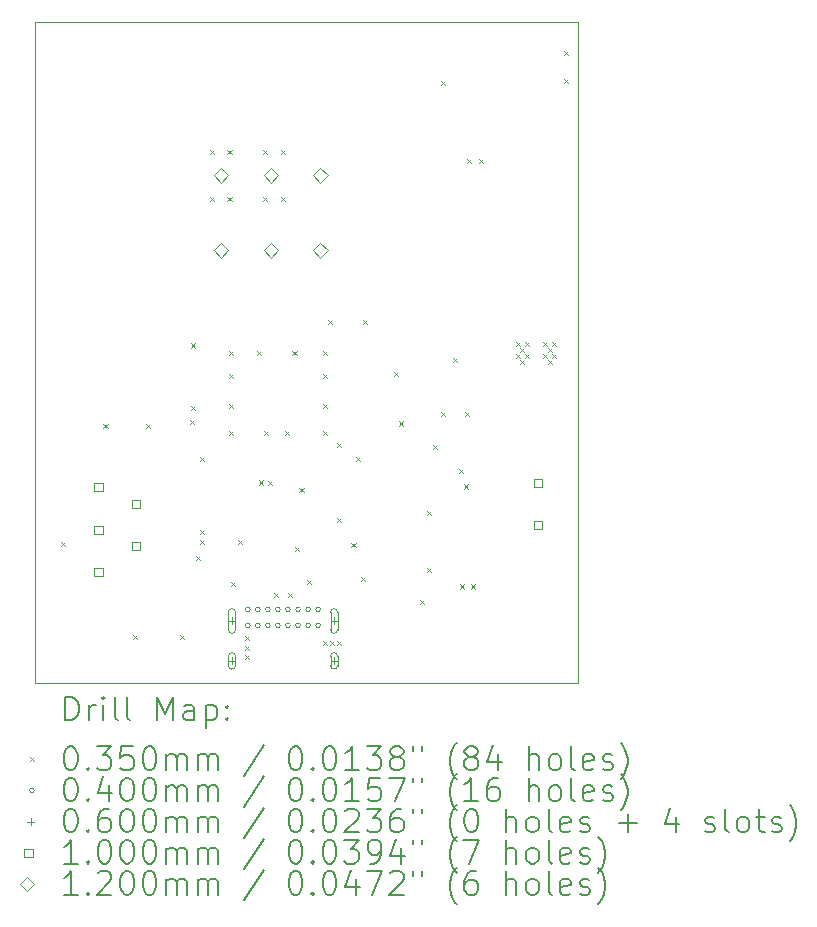
<source format=gbr>
%TF.GenerationSoftware,KiCad,Pcbnew,9.0.3*%
%TF.CreationDate,2025-08-22T23:16:25-04:00*%
%TF.ProjectId,LINBoard-HW,4c494e42-6f61-4726-942d-48572e6b6963,rev?*%
%TF.SameCoordinates,Original*%
%TF.FileFunction,Drillmap*%
%TF.FilePolarity,Positive*%
%FSLAX45Y45*%
G04 Gerber Fmt 4.5, Leading zero omitted, Abs format (unit mm)*
G04 Created by KiCad (PCBNEW 9.0.3) date 2025-08-22 23:16:25*
%MOMM*%
%LPD*%
G01*
G04 APERTURE LIST*
%ADD10C,0.050000*%
%ADD11C,0.200000*%
%ADD12C,0.100000*%
%ADD13C,0.120000*%
G04 APERTURE END LIST*
D10*
X-2000000Y700000D02*
X2600000Y700000D01*
X2600000Y-4900000D01*
X-2000000Y-4900000D01*
X-2000000Y700000D01*
D11*
D12*
X-1777500Y-3702500D02*
X-1742500Y-3737500D01*
X-1742500Y-3702500D02*
X-1777500Y-3737500D01*
X-1417500Y-2702500D02*
X-1382500Y-2737500D01*
X-1382500Y-2702500D02*
X-1417500Y-2737500D01*
X-1167500Y-4492500D02*
X-1132500Y-4527500D01*
X-1132500Y-4492500D02*
X-1167500Y-4527500D01*
X-1057500Y-2702500D02*
X-1022500Y-2737500D01*
X-1022500Y-2702500D02*
X-1057500Y-2737500D01*
X-767500Y-4492500D02*
X-732500Y-4527500D01*
X-732500Y-4492500D02*
X-767500Y-4527500D01*
X-687500Y-2672500D02*
X-652500Y-2707500D01*
X-652500Y-2672500D02*
X-687500Y-2707500D01*
X-677500Y-2022500D02*
X-642500Y-2057500D01*
X-642500Y-2022500D02*
X-677500Y-2057500D01*
X-677500Y-2552500D02*
X-642500Y-2587500D01*
X-642500Y-2552500D02*
X-677500Y-2587500D01*
X-637500Y-3822500D02*
X-602500Y-3857500D01*
X-602500Y-3822500D02*
X-637500Y-3857500D01*
X-597500Y-2982500D02*
X-562500Y-3017500D01*
X-562500Y-2982500D02*
X-597500Y-3017500D01*
X-597500Y-3602500D02*
X-562500Y-3637500D01*
X-562500Y-3602500D02*
X-597500Y-3637500D01*
X-597500Y-3682500D02*
X-562500Y-3717500D01*
X-562500Y-3682500D02*
X-597500Y-3717500D01*
X-517500Y-382500D02*
X-482500Y-417500D01*
X-482500Y-382500D02*
X-517500Y-417500D01*
X-517500Y-782500D02*
X-482500Y-817500D01*
X-482500Y-782500D02*
X-517500Y-817500D01*
X-367500Y-382500D02*
X-332500Y-417500D01*
X-332500Y-382500D02*
X-367500Y-417500D01*
X-367500Y-782500D02*
X-332500Y-817500D01*
X-332500Y-782500D02*
X-367500Y-817500D01*
X-357500Y-2082500D02*
X-322500Y-2117500D01*
X-322500Y-2082500D02*
X-357500Y-2117500D01*
X-357500Y-2282500D02*
X-322500Y-2317500D01*
X-322500Y-2282500D02*
X-357500Y-2317500D01*
X-357500Y-2532500D02*
X-322500Y-2567500D01*
X-322500Y-2532500D02*
X-357500Y-2567500D01*
X-357500Y-2762500D02*
X-322500Y-2797500D01*
X-322500Y-2762500D02*
X-357500Y-2797500D01*
X-337500Y-4042500D02*
X-302500Y-4077500D01*
X-302500Y-4042500D02*
X-337500Y-4077500D01*
X-277500Y-3682500D02*
X-242500Y-3717500D01*
X-242500Y-3682500D02*
X-277500Y-3717500D01*
X-217500Y-4502500D02*
X-182500Y-4537500D01*
X-182500Y-4502500D02*
X-217500Y-4537500D01*
X-217500Y-4582500D02*
X-182500Y-4617500D01*
X-182500Y-4582500D02*
X-217500Y-4617500D01*
X-217500Y-4662500D02*
X-182500Y-4697500D01*
X-182500Y-4662500D02*
X-217500Y-4697500D01*
X-117500Y-2082500D02*
X-82500Y-2117500D01*
X-82500Y-2082500D02*
X-117500Y-2117500D01*
X-97500Y-3182500D02*
X-62500Y-3217500D01*
X-62500Y-3182500D02*
X-97500Y-3217500D01*
X-67500Y-382500D02*
X-32500Y-417500D01*
X-32500Y-382500D02*
X-67500Y-417500D01*
X-67500Y-782500D02*
X-32500Y-817500D01*
X-32500Y-782500D02*
X-67500Y-817500D01*
X-57500Y-2762500D02*
X-22500Y-2797500D01*
X-22500Y-2762500D02*
X-57500Y-2797500D01*
X-22506Y-3183451D02*
X12494Y-3218451D01*
X12494Y-3183451D02*
X-22506Y-3218451D01*
X22500Y-4133125D02*
X57500Y-4168125D01*
X57500Y-4133125D02*
X22500Y-4168125D01*
X82500Y-382500D02*
X117500Y-417500D01*
X117500Y-382500D02*
X82500Y-417500D01*
X82500Y-782500D02*
X117500Y-817500D01*
X117500Y-782500D02*
X82500Y-817500D01*
X122500Y-2762500D02*
X157500Y-2797500D01*
X157500Y-2762500D02*
X122500Y-2797500D01*
X142500Y-4133125D02*
X177500Y-4168125D01*
X177500Y-4133125D02*
X142500Y-4168125D01*
X182500Y-2082500D02*
X217500Y-2117500D01*
X217500Y-2082500D02*
X182500Y-2117500D01*
X202500Y-3742500D02*
X237500Y-3777500D01*
X237500Y-3742500D02*
X202500Y-3777500D01*
X242500Y-3242500D02*
X277500Y-3277500D01*
X277500Y-3242500D02*
X242500Y-3277500D01*
X302500Y-4022500D02*
X337500Y-4057500D01*
X337500Y-4022500D02*
X302500Y-4057500D01*
X437500Y-4542500D02*
X472500Y-4577500D01*
X472500Y-4542500D02*
X437500Y-4577500D01*
X442500Y-2082500D02*
X477500Y-2117500D01*
X477500Y-2082500D02*
X442500Y-2117500D01*
X442500Y-2282500D02*
X477500Y-2317500D01*
X477500Y-2282500D02*
X442500Y-2317500D01*
X442500Y-2532500D02*
X477500Y-2567500D01*
X477500Y-2532500D02*
X442500Y-2567500D01*
X442500Y-2762500D02*
X477500Y-2797500D01*
X477500Y-2762500D02*
X442500Y-2797500D01*
X482500Y-1822500D02*
X517500Y-1857500D01*
X517500Y-1822500D02*
X482500Y-1857500D01*
X497500Y-4542500D02*
X532500Y-4577500D01*
X532500Y-4542500D02*
X497500Y-4577500D01*
X557500Y-4542500D02*
X592500Y-4577500D01*
X592500Y-4542500D02*
X557500Y-4577500D01*
X562500Y-2865000D02*
X597500Y-2900000D01*
X597500Y-2865000D02*
X562500Y-2900000D01*
X562500Y-3502500D02*
X597500Y-3537500D01*
X597500Y-3502500D02*
X562500Y-3537500D01*
X682500Y-3710974D02*
X717500Y-3745974D01*
X717500Y-3710974D02*
X682500Y-3745974D01*
X722500Y-2982500D02*
X757500Y-3017500D01*
X757500Y-2982500D02*
X722500Y-3017500D01*
X762500Y-4002500D02*
X797500Y-4037500D01*
X797500Y-4002500D02*
X762500Y-4037500D01*
X782500Y-1822500D02*
X817500Y-1857500D01*
X817500Y-1822500D02*
X782500Y-1857500D01*
X1042500Y-2262500D02*
X1077500Y-2297500D01*
X1077500Y-2262500D02*
X1042500Y-2297500D01*
X1082500Y-2682500D02*
X1117500Y-2717500D01*
X1117500Y-2682500D02*
X1082500Y-2717500D01*
X1260000Y-4192396D02*
X1295000Y-4227396D01*
X1295000Y-4192396D02*
X1260000Y-4227396D01*
X1322500Y-3442500D02*
X1357500Y-3477500D01*
X1357500Y-3442500D02*
X1322500Y-3477500D01*
X1322500Y-3922500D02*
X1357500Y-3957500D01*
X1357500Y-3922500D02*
X1322500Y-3957500D01*
X1372500Y-2882500D02*
X1407500Y-2917500D01*
X1407500Y-2882500D02*
X1372500Y-2917500D01*
X1442500Y197500D02*
X1477500Y162500D01*
X1477500Y197500D02*
X1442500Y162500D01*
X1442500Y-2602500D02*
X1477500Y-2637500D01*
X1477500Y-2602500D02*
X1442500Y-2637500D01*
X1542500Y-2142500D02*
X1577500Y-2177500D01*
X1577500Y-2142500D02*
X1542500Y-2177500D01*
X1592500Y-3082500D02*
X1627500Y-3117500D01*
X1627500Y-3082500D02*
X1592500Y-3117500D01*
X1602500Y-4062500D02*
X1637500Y-4097500D01*
X1637500Y-4062500D02*
X1602500Y-4097500D01*
X1632500Y-3216500D02*
X1667500Y-3251500D01*
X1667500Y-3216500D02*
X1632500Y-3251500D01*
X1642500Y-2602500D02*
X1677500Y-2637500D01*
X1677500Y-2602500D02*
X1642500Y-2637500D01*
X1662500Y-462500D02*
X1697500Y-497500D01*
X1697500Y-462500D02*
X1662500Y-497500D01*
X1695000Y-4062500D02*
X1730000Y-4097500D01*
X1730000Y-4062500D02*
X1695000Y-4097500D01*
X1762500Y-462500D02*
X1797500Y-497500D01*
X1797500Y-462500D02*
X1762500Y-497500D01*
X2072500Y-2012500D02*
X2107500Y-2047500D01*
X2107500Y-2012500D02*
X2072500Y-2047500D01*
X2072500Y-2112500D02*
X2107500Y-2147500D01*
X2107500Y-2112500D02*
X2072500Y-2147500D01*
X2112500Y-2062500D02*
X2147500Y-2097500D01*
X2147500Y-2062500D02*
X2112500Y-2097500D01*
X2112500Y-2162500D02*
X2147500Y-2197500D01*
X2147500Y-2162500D02*
X2112500Y-2197500D01*
X2152500Y-2012500D02*
X2187500Y-2047500D01*
X2187500Y-2012500D02*
X2152500Y-2047500D01*
X2152500Y-2112500D02*
X2187500Y-2147500D01*
X2187500Y-2112500D02*
X2152500Y-2147500D01*
X2302500Y-2012500D02*
X2337500Y-2047500D01*
X2337500Y-2012500D02*
X2302500Y-2047500D01*
X2302500Y-2112500D02*
X2337500Y-2147500D01*
X2337500Y-2112500D02*
X2302500Y-2147500D01*
X2342500Y-2062500D02*
X2377500Y-2097500D01*
X2377500Y-2062500D02*
X2342500Y-2097500D01*
X2342500Y-2162500D02*
X2377500Y-2197500D01*
X2377500Y-2162500D02*
X2342500Y-2197500D01*
X2382500Y-2012500D02*
X2417500Y-2047500D01*
X2417500Y-2012500D02*
X2382500Y-2047500D01*
X2382500Y-2112500D02*
X2417500Y-2147500D01*
X2417500Y-2112500D02*
X2382500Y-2147500D01*
X2482500Y457500D02*
X2517500Y422500D01*
X2517500Y457500D02*
X2482500Y422500D01*
X2482500Y217500D02*
X2517500Y182500D01*
X2517500Y217500D02*
X2482500Y182500D01*
X-175000Y-4274000D02*
G75*
G02*
X-215000Y-4274000I-20000J0D01*
G01*
X-215000Y-4274000D02*
G75*
G02*
X-175000Y-4274000I20000J0D01*
G01*
X-175000Y-4409000D02*
G75*
G02*
X-215000Y-4409000I-20000J0D01*
G01*
X-215000Y-4409000D02*
G75*
G02*
X-175000Y-4409000I20000J0D01*
G01*
X-90000Y-4274000D02*
G75*
G02*
X-130000Y-4274000I-20000J0D01*
G01*
X-130000Y-4274000D02*
G75*
G02*
X-90000Y-4274000I20000J0D01*
G01*
X-90000Y-4409000D02*
G75*
G02*
X-130000Y-4409000I-20000J0D01*
G01*
X-130000Y-4409000D02*
G75*
G02*
X-90000Y-4409000I20000J0D01*
G01*
X-5000Y-4274000D02*
G75*
G02*
X-45000Y-4274000I-20000J0D01*
G01*
X-45000Y-4274000D02*
G75*
G02*
X-5000Y-4274000I20000J0D01*
G01*
X-5000Y-4409000D02*
G75*
G02*
X-45000Y-4409000I-20000J0D01*
G01*
X-45000Y-4409000D02*
G75*
G02*
X-5000Y-4409000I20000J0D01*
G01*
X80000Y-4274000D02*
G75*
G02*
X40000Y-4274000I-20000J0D01*
G01*
X40000Y-4274000D02*
G75*
G02*
X80000Y-4274000I20000J0D01*
G01*
X80000Y-4409000D02*
G75*
G02*
X40000Y-4409000I-20000J0D01*
G01*
X40000Y-4409000D02*
G75*
G02*
X80000Y-4409000I20000J0D01*
G01*
X165000Y-4274000D02*
G75*
G02*
X125000Y-4274000I-20000J0D01*
G01*
X125000Y-4274000D02*
G75*
G02*
X165000Y-4274000I20000J0D01*
G01*
X165000Y-4409000D02*
G75*
G02*
X125000Y-4409000I-20000J0D01*
G01*
X125000Y-4409000D02*
G75*
G02*
X165000Y-4409000I20000J0D01*
G01*
X250000Y-4274000D02*
G75*
G02*
X210000Y-4274000I-20000J0D01*
G01*
X210000Y-4274000D02*
G75*
G02*
X250000Y-4274000I20000J0D01*
G01*
X250000Y-4409000D02*
G75*
G02*
X210000Y-4409000I-20000J0D01*
G01*
X210000Y-4409000D02*
G75*
G02*
X250000Y-4409000I20000J0D01*
G01*
X335000Y-4274000D02*
G75*
G02*
X295000Y-4274000I-20000J0D01*
G01*
X295000Y-4274000D02*
G75*
G02*
X335000Y-4274000I20000J0D01*
G01*
X335000Y-4409000D02*
G75*
G02*
X295000Y-4409000I-20000J0D01*
G01*
X295000Y-4409000D02*
G75*
G02*
X335000Y-4409000I20000J0D01*
G01*
X420000Y-4274000D02*
G75*
G02*
X380000Y-4274000I-20000J0D01*
G01*
X380000Y-4274000D02*
G75*
G02*
X420000Y-4274000I20000J0D01*
G01*
X420000Y-4409000D02*
G75*
G02*
X380000Y-4409000I-20000J0D01*
G01*
X380000Y-4409000D02*
G75*
G02*
X420000Y-4409000I20000J0D01*
G01*
X-330000Y-4342000D02*
X-330000Y-4402000D01*
X-360000Y-4372000D02*
X-300000Y-4372000D01*
X-360000Y-4297000D02*
X-360000Y-4447000D01*
X-300000Y-4447000D02*
G75*
G02*
X-360000Y-4447000I-30000J0D01*
G01*
X-300000Y-4447000D02*
X-300000Y-4297000D01*
X-300000Y-4297000D02*
G75*
G03*
X-360000Y-4297000I-30000J0D01*
G01*
X-330000Y-4680000D02*
X-330000Y-4740000D01*
X-360000Y-4710000D02*
X-300000Y-4710000D01*
X-360000Y-4670000D02*
X-360000Y-4750000D01*
X-300000Y-4750000D02*
G75*
G02*
X-360000Y-4750000I-30000J0D01*
G01*
X-300000Y-4750000D02*
X-300000Y-4670000D01*
X-300000Y-4670000D02*
G75*
G03*
X-360000Y-4670000I-30000J0D01*
G01*
X535000Y-4342000D02*
X535000Y-4402000D01*
X505000Y-4372000D02*
X565000Y-4372000D01*
X505000Y-4297000D02*
X505000Y-4447000D01*
X565000Y-4447000D02*
G75*
G02*
X505000Y-4447000I-30000J0D01*
G01*
X565000Y-4447000D02*
X565000Y-4297000D01*
X565000Y-4297000D02*
G75*
G03*
X505000Y-4297000I-30000J0D01*
G01*
X535000Y-4680000D02*
X535000Y-4740000D01*
X505000Y-4710000D02*
X565000Y-4710000D01*
X505000Y-4670000D02*
X505000Y-4750000D01*
X565000Y-4750000D02*
G75*
G02*
X505000Y-4750000I-30000J0D01*
G01*
X565000Y-4750000D02*
X565000Y-4670000D01*
X565000Y-4670000D02*
G75*
G03*
X505000Y-4670000I-30000J0D01*
G01*
X-1424644Y-3275356D02*
X-1424644Y-3204644D01*
X-1495356Y-3204644D01*
X-1495356Y-3275356D01*
X-1424644Y-3275356D01*
X-1424644Y-3635356D02*
X-1424644Y-3564644D01*
X-1495356Y-3564644D01*
X-1495356Y-3635356D01*
X-1424644Y-3635356D01*
X-1424644Y-3995356D02*
X-1424644Y-3924644D01*
X-1495356Y-3924644D01*
X-1495356Y-3995356D01*
X-1424644Y-3995356D01*
X-1104644Y-3415356D02*
X-1104644Y-3344644D01*
X-1175356Y-3344644D01*
X-1175356Y-3415356D01*
X-1104644Y-3415356D01*
X-1104644Y-3775356D02*
X-1104644Y-3704644D01*
X-1175356Y-3704644D01*
X-1175356Y-3775356D01*
X-1104644Y-3775356D01*
X2295356Y-3240356D02*
X2295356Y-3169644D01*
X2224644Y-3169644D01*
X2224644Y-3240356D01*
X2295356Y-3240356D01*
X2295356Y-3595356D02*
X2295356Y-3524644D01*
X2224644Y-3524644D01*
X2224644Y-3595356D01*
X2295356Y-3595356D01*
D13*
X-420000Y-660000D02*
X-360000Y-600000D01*
X-420000Y-540000D01*
X-480000Y-600000D01*
X-420000Y-660000D01*
X-420000Y-1295000D02*
X-360000Y-1235000D01*
X-420000Y-1175000D01*
X-480000Y-1235000D01*
X-420000Y-1295000D01*
X0Y-660000D02*
X60000Y-600000D01*
X0Y-540000D01*
X-60000Y-600000D01*
X0Y-660000D01*
X0Y-1295000D02*
X60000Y-1235000D01*
X0Y-1175000D01*
X-60000Y-1235000D01*
X0Y-1295000D01*
X420000Y-660000D02*
X480000Y-600000D01*
X420000Y-540000D01*
X360000Y-600000D01*
X420000Y-660000D01*
X420000Y-1295000D02*
X480000Y-1235000D01*
X420000Y-1175000D01*
X360000Y-1235000D01*
X420000Y-1295000D01*
D11*
X-1741723Y-5213984D02*
X-1741723Y-5013984D01*
X-1741723Y-5013984D02*
X-1694104Y-5013984D01*
X-1694104Y-5013984D02*
X-1665533Y-5023508D01*
X-1665533Y-5023508D02*
X-1646485Y-5042555D01*
X-1646485Y-5042555D02*
X-1636961Y-5061603D01*
X-1636961Y-5061603D02*
X-1627437Y-5099698D01*
X-1627437Y-5099698D02*
X-1627437Y-5128270D01*
X-1627437Y-5128270D02*
X-1636961Y-5166365D01*
X-1636961Y-5166365D02*
X-1646485Y-5185412D01*
X-1646485Y-5185412D02*
X-1665533Y-5204460D01*
X-1665533Y-5204460D02*
X-1694104Y-5213984D01*
X-1694104Y-5213984D02*
X-1741723Y-5213984D01*
X-1541723Y-5213984D02*
X-1541723Y-5080650D01*
X-1541723Y-5118746D02*
X-1532199Y-5099698D01*
X-1532199Y-5099698D02*
X-1522675Y-5090174D01*
X-1522675Y-5090174D02*
X-1503628Y-5080650D01*
X-1503628Y-5080650D02*
X-1484580Y-5080650D01*
X-1417914Y-5213984D02*
X-1417914Y-5080650D01*
X-1417914Y-5013984D02*
X-1427437Y-5023508D01*
X-1427437Y-5023508D02*
X-1417914Y-5033031D01*
X-1417914Y-5033031D02*
X-1408390Y-5023508D01*
X-1408390Y-5023508D02*
X-1417914Y-5013984D01*
X-1417914Y-5013984D02*
X-1417914Y-5033031D01*
X-1294104Y-5213984D02*
X-1313152Y-5204460D01*
X-1313152Y-5204460D02*
X-1322676Y-5185412D01*
X-1322676Y-5185412D02*
X-1322676Y-5013984D01*
X-1189342Y-5213984D02*
X-1208390Y-5204460D01*
X-1208390Y-5204460D02*
X-1217914Y-5185412D01*
X-1217914Y-5185412D02*
X-1217914Y-5013984D01*
X-960771Y-5213984D02*
X-960771Y-5013984D01*
X-960771Y-5013984D02*
X-894104Y-5156841D01*
X-894104Y-5156841D02*
X-827437Y-5013984D01*
X-827437Y-5013984D02*
X-827437Y-5213984D01*
X-646485Y-5213984D02*
X-646485Y-5109222D01*
X-646485Y-5109222D02*
X-656009Y-5090174D01*
X-656009Y-5090174D02*
X-675056Y-5080650D01*
X-675056Y-5080650D02*
X-713152Y-5080650D01*
X-713152Y-5080650D02*
X-732199Y-5090174D01*
X-646485Y-5204460D02*
X-665533Y-5213984D01*
X-665533Y-5213984D02*
X-713152Y-5213984D01*
X-713152Y-5213984D02*
X-732199Y-5204460D01*
X-732199Y-5204460D02*
X-741723Y-5185412D01*
X-741723Y-5185412D02*
X-741723Y-5166365D01*
X-741723Y-5166365D02*
X-732199Y-5147317D01*
X-732199Y-5147317D02*
X-713152Y-5137793D01*
X-713152Y-5137793D02*
X-665533Y-5137793D01*
X-665533Y-5137793D02*
X-646485Y-5128270D01*
X-551247Y-5080650D02*
X-551247Y-5280650D01*
X-551247Y-5090174D02*
X-532199Y-5080650D01*
X-532199Y-5080650D02*
X-494104Y-5080650D01*
X-494104Y-5080650D02*
X-475056Y-5090174D01*
X-475056Y-5090174D02*
X-465533Y-5099698D01*
X-465533Y-5099698D02*
X-456009Y-5118746D01*
X-456009Y-5118746D02*
X-456009Y-5175889D01*
X-456009Y-5175889D02*
X-465533Y-5194936D01*
X-465533Y-5194936D02*
X-475056Y-5204460D01*
X-475056Y-5204460D02*
X-494104Y-5213984D01*
X-494104Y-5213984D02*
X-532199Y-5213984D01*
X-532199Y-5213984D02*
X-551247Y-5204460D01*
X-370294Y-5194936D02*
X-360771Y-5204460D01*
X-360771Y-5204460D02*
X-370294Y-5213984D01*
X-370294Y-5213984D02*
X-379818Y-5204460D01*
X-379818Y-5204460D02*
X-370294Y-5194936D01*
X-370294Y-5194936D02*
X-370294Y-5213984D01*
X-370294Y-5090174D02*
X-360771Y-5099698D01*
X-360771Y-5099698D02*
X-370294Y-5109222D01*
X-370294Y-5109222D02*
X-379818Y-5099698D01*
X-379818Y-5099698D02*
X-370294Y-5090174D01*
X-370294Y-5090174D02*
X-370294Y-5109222D01*
D12*
X-2037500Y-5525000D02*
X-2002500Y-5560000D01*
X-2002500Y-5525000D02*
X-2037500Y-5560000D01*
D11*
X-1703628Y-5433984D02*
X-1684580Y-5433984D01*
X-1684580Y-5433984D02*
X-1665533Y-5443508D01*
X-1665533Y-5443508D02*
X-1656009Y-5453031D01*
X-1656009Y-5453031D02*
X-1646485Y-5472079D01*
X-1646485Y-5472079D02*
X-1636961Y-5510174D01*
X-1636961Y-5510174D02*
X-1636961Y-5557793D01*
X-1636961Y-5557793D02*
X-1646485Y-5595888D01*
X-1646485Y-5595888D02*
X-1656009Y-5614936D01*
X-1656009Y-5614936D02*
X-1665533Y-5624460D01*
X-1665533Y-5624460D02*
X-1684580Y-5633984D01*
X-1684580Y-5633984D02*
X-1703628Y-5633984D01*
X-1703628Y-5633984D02*
X-1722675Y-5624460D01*
X-1722675Y-5624460D02*
X-1732199Y-5614936D01*
X-1732199Y-5614936D02*
X-1741723Y-5595888D01*
X-1741723Y-5595888D02*
X-1751247Y-5557793D01*
X-1751247Y-5557793D02*
X-1751247Y-5510174D01*
X-1751247Y-5510174D02*
X-1741723Y-5472079D01*
X-1741723Y-5472079D02*
X-1732199Y-5453031D01*
X-1732199Y-5453031D02*
X-1722675Y-5443508D01*
X-1722675Y-5443508D02*
X-1703628Y-5433984D01*
X-1551247Y-5614936D02*
X-1541723Y-5624460D01*
X-1541723Y-5624460D02*
X-1551247Y-5633984D01*
X-1551247Y-5633984D02*
X-1560771Y-5624460D01*
X-1560771Y-5624460D02*
X-1551247Y-5614936D01*
X-1551247Y-5614936D02*
X-1551247Y-5633984D01*
X-1475056Y-5433984D02*
X-1351247Y-5433984D01*
X-1351247Y-5433984D02*
X-1417914Y-5510174D01*
X-1417914Y-5510174D02*
X-1389342Y-5510174D01*
X-1389342Y-5510174D02*
X-1370295Y-5519698D01*
X-1370295Y-5519698D02*
X-1360771Y-5529222D01*
X-1360771Y-5529222D02*
X-1351247Y-5548270D01*
X-1351247Y-5548270D02*
X-1351247Y-5595888D01*
X-1351247Y-5595888D02*
X-1360771Y-5614936D01*
X-1360771Y-5614936D02*
X-1370295Y-5624460D01*
X-1370295Y-5624460D02*
X-1389342Y-5633984D01*
X-1389342Y-5633984D02*
X-1446485Y-5633984D01*
X-1446485Y-5633984D02*
X-1465533Y-5624460D01*
X-1465533Y-5624460D02*
X-1475056Y-5614936D01*
X-1170295Y-5433984D02*
X-1265533Y-5433984D01*
X-1265533Y-5433984D02*
X-1275056Y-5529222D01*
X-1275056Y-5529222D02*
X-1265533Y-5519698D01*
X-1265533Y-5519698D02*
X-1246485Y-5510174D01*
X-1246485Y-5510174D02*
X-1198866Y-5510174D01*
X-1198866Y-5510174D02*
X-1179818Y-5519698D01*
X-1179818Y-5519698D02*
X-1170295Y-5529222D01*
X-1170295Y-5529222D02*
X-1160771Y-5548270D01*
X-1160771Y-5548270D02*
X-1160771Y-5595888D01*
X-1160771Y-5595888D02*
X-1170295Y-5614936D01*
X-1170295Y-5614936D02*
X-1179818Y-5624460D01*
X-1179818Y-5624460D02*
X-1198866Y-5633984D01*
X-1198866Y-5633984D02*
X-1246485Y-5633984D01*
X-1246485Y-5633984D02*
X-1265533Y-5624460D01*
X-1265533Y-5624460D02*
X-1275056Y-5614936D01*
X-1036961Y-5433984D02*
X-1017913Y-5433984D01*
X-1017913Y-5433984D02*
X-998866Y-5443508D01*
X-998866Y-5443508D02*
X-989342Y-5453031D01*
X-989342Y-5453031D02*
X-979818Y-5472079D01*
X-979818Y-5472079D02*
X-970294Y-5510174D01*
X-970294Y-5510174D02*
X-970294Y-5557793D01*
X-970294Y-5557793D02*
X-979818Y-5595888D01*
X-979818Y-5595888D02*
X-989342Y-5614936D01*
X-989342Y-5614936D02*
X-998866Y-5624460D01*
X-998866Y-5624460D02*
X-1017913Y-5633984D01*
X-1017913Y-5633984D02*
X-1036961Y-5633984D01*
X-1036961Y-5633984D02*
X-1056009Y-5624460D01*
X-1056009Y-5624460D02*
X-1065533Y-5614936D01*
X-1065533Y-5614936D02*
X-1075056Y-5595888D01*
X-1075056Y-5595888D02*
X-1084580Y-5557793D01*
X-1084580Y-5557793D02*
X-1084580Y-5510174D01*
X-1084580Y-5510174D02*
X-1075056Y-5472079D01*
X-1075056Y-5472079D02*
X-1065533Y-5453031D01*
X-1065533Y-5453031D02*
X-1056009Y-5443508D01*
X-1056009Y-5443508D02*
X-1036961Y-5433984D01*
X-884580Y-5633984D02*
X-884580Y-5500650D01*
X-884580Y-5519698D02*
X-875056Y-5510174D01*
X-875056Y-5510174D02*
X-856009Y-5500650D01*
X-856009Y-5500650D02*
X-827437Y-5500650D01*
X-827437Y-5500650D02*
X-808390Y-5510174D01*
X-808390Y-5510174D02*
X-798866Y-5529222D01*
X-798866Y-5529222D02*
X-798866Y-5633984D01*
X-798866Y-5529222D02*
X-789342Y-5510174D01*
X-789342Y-5510174D02*
X-770294Y-5500650D01*
X-770294Y-5500650D02*
X-741723Y-5500650D01*
X-741723Y-5500650D02*
X-722675Y-5510174D01*
X-722675Y-5510174D02*
X-713152Y-5529222D01*
X-713152Y-5529222D02*
X-713152Y-5633984D01*
X-617914Y-5633984D02*
X-617914Y-5500650D01*
X-617914Y-5519698D02*
X-608390Y-5510174D01*
X-608390Y-5510174D02*
X-589342Y-5500650D01*
X-589342Y-5500650D02*
X-560771Y-5500650D01*
X-560771Y-5500650D02*
X-541723Y-5510174D01*
X-541723Y-5510174D02*
X-532199Y-5529222D01*
X-532199Y-5529222D02*
X-532199Y-5633984D01*
X-532199Y-5529222D02*
X-522675Y-5510174D01*
X-522675Y-5510174D02*
X-503628Y-5500650D01*
X-503628Y-5500650D02*
X-475056Y-5500650D01*
X-475056Y-5500650D02*
X-456009Y-5510174D01*
X-456009Y-5510174D02*
X-446485Y-5529222D01*
X-446485Y-5529222D02*
X-446485Y-5633984D01*
X-56009Y-5424460D02*
X-227437Y-5681603D01*
X201134Y-5433984D02*
X220182Y-5433984D01*
X220182Y-5433984D02*
X239229Y-5443508D01*
X239229Y-5443508D02*
X248753Y-5453031D01*
X248753Y-5453031D02*
X258277Y-5472079D01*
X258277Y-5472079D02*
X267801Y-5510174D01*
X267801Y-5510174D02*
X267801Y-5557793D01*
X267801Y-5557793D02*
X258277Y-5595888D01*
X258277Y-5595888D02*
X248753Y-5614936D01*
X248753Y-5614936D02*
X239229Y-5624460D01*
X239229Y-5624460D02*
X220182Y-5633984D01*
X220182Y-5633984D02*
X201134Y-5633984D01*
X201134Y-5633984D02*
X182086Y-5624460D01*
X182086Y-5624460D02*
X172563Y-5614936D01*
X172563Y-5614936D02*
X163039Y-5595888D01*
X163039Y-5595888D02*
X153515Y-5557793D01*
X153515Y-5557793D02*
X153515Y-5510174D01*
X153515Y-5510174D02*
X163039Y-5472079D01*
X163039Y-5472079D02*
X172563Y-5453031D01*
X172563Y-5453031D02*
X182086Y-5443508D01*
X182086Y-5443508D02*
X201134Y-5433984D01*
X353515Y-5614936D02*
X363039Y-5624460D01*
X363039Y-5624460D02*
X353515Y-5633984D01*
X353515Y-5633984D02*
X343991Y-5624460D01*
X343991Y-5624460D02*
X353515Y-5614936D01*
X353515Y-5614936D02*
X353515Y-5633984D01*
X486848Y-5433984D02*
X505896Y-5433984D01*
X505896Y-5433984D02*
X524944Y-5443508D01*
X524944Y-5443508D02*
X534468Y-5453031D01*
X534468Y-5453031D02*
X543991Y-5472079D01*
X543991Y-5472079D02*
X553515Y-5510174D01*
X553515Y-5510174D02*
X553515Y-5557793D01*
X553515Y-5557793D02*
X543991Y-5595888D01*
X543991Y-5595888D02*
X534468Y-5614936D01*
X534468Y-5614936D02*
X524944Y-5624460D01*
X524944Y-5624460D02*
X505896Y-5633984D01*
X505896Y-5633984D02*
X486848Y-5633984D01*
X486848Y-5633984D02*
X467801Y-5624460D01*
X467801Y-5624460D02*
X458277Y-5614936D01*
X458277Y-5614936D02*
X448753Y-5595888D01*
X448753Y-5595888D02*
X439229Y-5557793D01*
X439229Y-5557793D02*
X439229Y-5510174D01*
X439229Y-5510174D02*
X448753Y-5472079D01*
X448753Y-5472079D02*
X458277Y-5453031D01*
X458277Y-5453031D02*
X467801Y-5443508D01*
X467801Y-5443508D02*
X486848Y-5433984D01*
X743991Y-5633984D02*
X629706Y-5633984D01*
X686848Y-5633984D02*
X686848Y-5433984D01*
X686848Y-5433984D02*
X667801Y-5462555D01*
X667801Y-5462555D02*
X648753Y-5481603D01*
X648753Y-5481603D02*
X629706Y-5491127D01*
X810658Y-5433984D02*
X934467Y-5433984D01*
X934467Y-5433984D02*
X867801Y-5510174D01*
X867801Y-5510174D02*
X896372Y-5510174D01*
X896372Y-5510174D02*
X915420Y-5519698D01*
X915420Y-5519698D02*
X924944Y-5529222D01*
X924944Y-5529222D02*
X934467Y-5548270D01*
X934467Y-5548270D02*
X934467Y-5595888D01*
X934467Y-5595888D02*
X924944Y-5614936D01*
X924944Y-5614936D02*
X915420Y-5624460D01*
X915420Y-5624460D02*
X896372Y-5633984D01*
X896372Y-5633984D02*
X839229Y-5633984D01*
X839229Y-5633984D02*
X820182Y-5624460D01*
X820182Y-5624460D02*
X810658Y-5614936D01*
X1048753Y-5519698D02*
X1029706Y-5510174D01*
X1029706Y-5510174D02*
X1020182Y-5500650D01*
X1020182Y-5500650D02*
X1010658Y-5481603D01*
X1010658Y-5481603D02*
X1010658Y-5472079D01*
X1010658Y-5472079D02*
X1020182Y-5453031D01*
X1020182Y-5453031D02*
X1029706Y-5443508D01*
X1029706Y-5443508D02*
X1048753Y-5433984D01*
X1048753Y-5433984D02*
X1086849Y-5433984D01*
X1086849Y-5433984D02*
X1105896Y-5443508D01*
X1105896Y-5443508D02*
X1115420Y-5453031D01*
X1115420Y-5453031D02*
X1124944Y-5472079D01*
X1124944Y-5472079D02*
X1124944Y-5481603D01*
X1124944Y-5481603D02*
X1115420Y-5500650D01*
X1115420Y-5500650D02*
X1105896Y-5510174D01*
X1105896Y-5510174D02*
X1086849Y-5519698D01*
X1086849Y-5519698D02*
X1048753Y-5519698D01*
X1048753Y-5519698D02*
X1029706Y-5529222D01*
X1029706Y-5529222D02*
X1020182Y-5538746D01*
X1020182Y-5538746D02*
X1010658Y-5557793D01*
X1010658Y-5557793D02*
X1010658Y-5595888D01*
X1010658Y-5595888D02*
X1020182Y-5614936D01*
X1020182Y-5614936D02*
X1029706Y-5624460D01*
X1029706Y-5624460D02*
X1048753Y-5633984D01*
X1048753Y-5633984D02*
X1086849Y-5633984D01*
X1086849Y-5633984D02*
X1105896Y-5624460D01*
X1105896Y-5624460D02*
X1115420Y-5614936D01*
X1115420Y-5614936D02*
X1124944Y-5595888D01*
X1124944Y-5595888D02*
X1124944Y-5557793D01*
X1124944Y-5557793D02*
X1115420Y-5538746D01*
X1115420Y-5538746D02*
X1105896Y-5529222D01*
X1105896Y-5529222D02*
X1086849Y-5519698D01*
X1201134Y-5433984D02*
X1201134Y-5472079D01*
X1277325Y-5433984D02*
X1277325Y-5472079D01*
X1572563Y-5710174D02*
X1563039Y-5700650D01*
X1563039Y-5700650D02*
X1543991Y-5672079D01*
X1543991Y-5672079D02*
X1534468Y-5653031D01*
X1534468Y-5653031D02*
X1524944Y-5624460D01*
X1524944Y-5624460D02*
X1515420Y-5576841D01*
X1515420Y-5576841D02*
X1515420Y-5538746D01*
X1515420Y-5538746D02*
X1524944Y-5491127D01*
X1524944Y-5491127D02*
X1534468Y-5462555D01*
X1534468Y-5462555D02*
X1543991Y-5443508D01*
X1543991Y-5443508D02*
X1563039Y-5414936D01*
X1563039Y-5414936D02*
X1572563Y-5405412D01*
X1677325Y-5519698D02*
X1658277Y-5510174D01*
X1658277Y-5510174D02*
X1648753Y-5500650D01*
X1648753Y-5500650D02*
X1639229Y-5481603D01*
X1639229Y-5481603D02*
X1639229Y-5472079D01*
X1639229Y-5472079D02*
X1648753Y-5453031D01*
X1648753Y-5453031D02*
X1658277Y-5443508D01*
X1658277Y-5443508D02*
X1677325Y-5433984D01*
X1677325Y-5433984D02*
X1715420Y-5433984D01*
X1715420Y-5433984D02*
X1734468Y-5443508D01*
X1734468Y-5443508D02*
X1743991Y-5453031D01*
X1743991Y-5453031D02*
X1753515Y-5472079D01*
X1753515Y-5472079D02*
X1753515Y-5481603D01*
X1753515Y-5481603D02*
X1743991Y-5500650D01*
X1743991Y-5500650D02*
X1734468Y-5510174D01*
X1734468Y-5510174D02*
X1715420Y-5519698D01*
X1715420Y-5519698D02*
X1677325Y-5519698D01*
X1677325Y-5519698D02*
X1658277Y-5529222D01*
X1658277Y-5529222D02*
X1648753Y-5538746D01*
X1648753Y-5538746D02*
X1639229Y-5557793D01*
X1639229Y-5557793D02*
X1639229Y-5595888D01*
X1639229Y-5595888D02*
X1648753Y-5614936D01*
X1648753Y-5614936D02*
X1658277Y-5624460D01*
X1658277Y-5624460D02*
X1677325Y-5633984D01*
X1677325Y-5633984D02*
X1715420Y-5633984D01*
X1715420Y-5633984D02*
X1734468Y-5624460D01*
X1734468Y-5624460D02*
X1743991Y-5614936D01*
X1743991Y-5614936D02*
X1753515Y-5595888D01*
X1753515Y-5595888D02*
X1753515Y-5557793D01*
X1753515Y-5557793D02*
X1743991Y-5538746D01*
X1743991Y-5538746D02*
X1734468Y-5529222D01*
X1734468Y-5529222D02*
X1715420Y-5519698D01*
X1924944Y-5500650D02*
X1924944Y-5633984D01*
X1877325Y-5424460D02*
X1829706Y-5567317D01*
X1829706Y-5567317D02*
X1953515Y-5567317D01*
X2182087Y-5633984D02*
X2182087Y-5433984D01*
X2267801Y-5633984D02*
X2267801Y-5529222D01*
X2267801Y-5529222D02*
X2258277Y-5510174D01*
X2258277Y-5510174D02*
X2239230Y-5500650D01*
X2239230Y-5500650D02*
X2210658Y-5500650D01*
X2210658Y-5500650D02*
X2191611Y-5510174D01*
X2191611Y-5510174D02*
X2182087Y-5519698D01*
X2391611Y-5633984D02*
X2372563Y-5624460D01*
X2372563Y-5624460D02*
X2363039Y-5614936D01*
X2363039Y-5614936D02*
X2353515Y-5595888D01*
X2353515Y-5595888D02*
X2353515Y-5538746D01*
X2353515Y-5538746D02*
X2363039Y-5519698D01*
X2363039Y-5519698D02*
X2372563Y-5510174D01*
X2372563Y-5510174D02*
X2391611Y-5500650D01*
X2391611Y-5500650D02*
X2420182Y-5500650D01*
X2420182Y-5500650D02*
X2439230Y-5510174D01*
X2439230Y-5510174D02*
X2448753Y-5519698D01*
X2448753Y-5519698D02*
X2458277Y-5538746D01*
X2458277Y-5538746D02*
X2458277Y-5595888D01*
X2458277Y-5595888D02*
X2448753Y-5614936D01*
X2448753Y-5614936D02*
X2439230Y-5624460D01*
X2439230Y-5624460D02*
X2420182Y-5633984D01*
X2420182Y-5633984D02*
X2391611Y-5633984D01*
X2572563Y-5633984D02*
X2553515Y-5624460D01*
X2553515Y-5624460D02*
X2543992Y-5605412D01*
X2543992Y-5605412D02*
X2543992Y-5433984D01*
X2724944Y-5624460D02*
X2705896Y-5633984D01*
X2705896Y-5633984D02*
X2667801Y-5633984D01*
X2667801Y-5633984D02*
X2648753Y-5624460D01*
X2648753Y-5624460D02*
X2639230Y-5605412D01*
X2639230Y-5605412D02*
X2639230Y-5529222D01*
X2639230Y-5529222D02*
X2648753Y-5510174D01*
X2648753Y-5510174D02*
X2667801Y-5500650D01*
X2667801Y-5500650D02*
X2705896Y-5500650D01*
X2705896Y-5500650D02*
X2724944Y-5510174D01*
X2724944Y-5510174D02*
X2734468Y-5529222D01*
X2734468Y-5529222D02*
X2734468Y-5548270D01*
X2734468Y-5548270D02*
X2639230Y-5567317D01*
X2810658Y-5624460D02*
X2829706Y-5633984D01*
X2829706Y-5633984D02*
X2867801Y-5633984D01*
X2867801Y-5633984D02*
X2886849Y-5624460D01*
X2886849Y-5624460D02*
X2896372Y-5605412D01*
X2896372Y-5605412D02*
X2896372Y-5595888D01*
X2896372Y-5595888D02*
X2886849Y-5576841D01*
X2886849Y-5576841D02*
X2867801Y-5567317D01*
X2867801Y-5567317D02*
X2839230Y-5567317D01*
X2839230Y-5567317D02*
X2820182Y-5557793D01*
X2820182Y-5557793D02*
X2810658Y-5538746D01*
X2810658Y-5538746D02*
X2810658Y-5529222D01*
X2810658Y-5529222D02*
X2820182Y-5510174D01*
X2820182Y-5510174D02*
X2839230Y-5500650D01*
X2839230Y-5500650D02*
X2867801Y-5500650D01*
X2867801Y-5500650D02*
X2886849Y-5510174D01*
X2963039Y-5710174D02*
X2972563Y-5700650D01*
X2972563Y-5700650D02*
X2991611Y-5672079D01*
X2991611Y-5672079D02*
X3001134Y-5653031D01*
X3001134Y-5653031D02*
X3010658Y-5624460D01*
X3010658Y-5624460D02*
X3020182Y-5576841D01*
X3020182Y-5576841D02*
X3020182Y-5538746D01*
X3020182Y-5538746D02*
X3010658Y-5491127D01*
X3010658Y-5491127D02*
X3001134Y-5462555D01*
X3001134Y-5462555D02*
X2991611Y-5443508D01*
X2991611Y-5443508D02*
X2972563Y-5414936D01*
X2972563Y-5414936D02*
X2963039Y-5405412D01*
D12*
X-2002500Y-5806500D02*
G75*
G02*
X-2042500Y-5806500I-20000J0D01*
G01*
X-2042500Y-5806500D02*
G75*
G02*
X-2002500Y-5806500I20000J0D01*
G01*
D11*
X-1703628Y-5697984D02*
X-1684580Y-5697984D01*
X-1684580Y-5697984D02*
X-1665533Y-5707508D01*
X-1665533Y-5707508D02*
X-1656009Y-5717031D01*
X-1656009Y-5717031D02*
X-1646485Y-5736079D01*
X-1646485Y-5736079D02*
X-1636961Y-5774174D01*
X-1636961Y-5774174D02*
X-1636961Y-5821793D01*
X-1636961Y-5821793D02*
X-1646485Y-5859888D01*
X-1646485Y-5859888D02*
X-1656009Y-5878936D01*
X-1656009Y-5878936D02*
X-1665533Y-5888460D01*
X-1665533Y-5888460D02*
X-1684580Y-5897984D01*
X-1684580Y-5897984D02*
X-1703628Y-5897984D01*
X-1703628Y-5897984D02*
X-1722675Y-5888460D01*
X-1722675Y-5888460D02*
X-1732199Y-5878936D01*
X-1732199Y-5878936D02*
X-1741723Y-5859888D01*
X-1741723Y-5859888D02*
X-1751247Y-5821793D01*
X-1751247Y-5821793D02*
X-1751247Y-5774174D01*
X-1751247Y-5774174D02*
X-1741723Y-5736079D01*
X-1741723Y-5736079D02*
X-1732199Y-5717031D01*
X-1732199Y-5717031D02*
X-1722675Y-5707508D01*
X-1722675Y-5707508D02*
X-1703628Y-5697984D01*
X-1551247Y-5878936D02*
X-1541723Y-5888460D01*
X-1541723Y-5888460D02*
X-1551247Y-5897984D01*
X-1551247Y-5897984D02*
X-1560771Y-5888460D01*
X-1560771Y-5888460D02*
X-1551247Y-5878936D01*
X-1551247Y-5878936D02*
X-1551247Y-5897984D01*
X-1370295Y-5764650D02*
X-1370295Y-5897984D01*
X-1417914Y-5688460D02*
X-1465533Y-5831317D01*
X-1465533Y-5831317D02*
X-1341723Y-5831317D01*
X-1227437Y-5697984D02*
X-1208390Y-5697984D01*
X-1208390Y-5697984D02*
X-1189342Y-5707508D01*
X-1189342Y-5707508D02*
X-1179818Y-5717031D01*
X-1179818Y-5717031D02*
X-1170295Y-5736079D01*
X-1170295Y-5736079D02*
X-1160771Y-5774174D01*
X-1160771Y-5774174D02*
X-1160771Y-5821793D01*
X-1160771Y-5821793D02*
X-1170295Y-5859888D01*
X-1170295Y-5859888D02*
X-1179818Y-5878936D01*
X-1179818Y-5878936D02*
X-1189342Y-5888460D01*
X-1189342Y-5888460D02*
X-1208390Y-5897984D01*
X-1208390Y-5897984D02*
X-1227437Y-5897984D01*
X-1227437Y-5897984D02*
X-1246485Y-5888460D01*
X-1246485Y-5888460D02*
X-1256009Y-5878936D01*
X-1256009Y-5878936D02*
X-1265533Y-5859888D01*
X-1265533Y-5859888D02*
X-1275056Y-5821793D01*
X-1275056Y-5821793D02*
X-1275056Y-5774174D01*
X-1275056Y-5774174D02*
X-1265533Y-5736079D01*
X-1265533Y-5736079D02*
X-1256009Y-5717031D01*
X-1256009Y-5717031D02*
X-1246485Y-5707508D01*
X-1246485Y-5707508D02*
X-1227437Y-5697984D01*
X-1036961Y-5697984D02*
X-1017913Y-5697984D01*
X-1017913Y-5697984D02*
X-998866Y-5707508D01*
X-998866Y-5707508D02*
X-989342Y-5717031D01*
X-989342Y-5717031D02*
X-979818Y-5736079D01*
X-979818Y-5736079D02*
X-970294Y-5774174D01*
X-970294Y-5774174D02*
X-970294Y-5821793D01*
X-970294Y-5821793D02*
X-979818Y-5859888D01*
X-979818Y-5859888D02*
X-989342Y-5878936D01*
X-989342Y-5878936D02*
X-998866Y-5888460D01*
X-998866Y-5888460D02*
X-1017913Y-5897984D01*
X-1017913Y-5897984D02*
X-1036961Y-5897984D01*
X-1036961Y-5897984D02*
X-1056009Y-5888460D01*
X-1056009Y-5888460D02*
X-1065533Y-5878936D01*
X-1065533Y-5878936D02*
X-1075056Y-5859888D01*
X-1075056Y-5859888D02*
X-1084580Y-5821793D01*
X-1084580Y-5821793D02*
X-1084580Y-5774174D01*
X-1084580Y-5774174D02*
X-1075056Y-5736079D01*
X-1075056Y-5736079D02*
X-1065533Y-5717031D01*
X-1065533Y-5717031D02*
X-1056009Y-5707508D01*
X-1056009Y-5707508D02*
X-1036961Y-5697984D01*
X-884580Y-5897984D02*
X-884580Y-5764650D01*
X-884580Y-5783698D02*
X-875056Y-5774174D01*
X-875056Y-5774174D02*
X-856009Y-5764650D01*
X-856009Y-5764650D02*
X-827437Y-5764650D01*
X-827437Y-5764650D02*
X-808390Y-5774174D01*
X-808390Y-5774174D02*
X-798866Y-5793222D01*
X-798866Y-5793222D02*
X-798866Y-5897984D01*
X-798866Y-5793222D02*
X-789342Y-5774174D01*
X-789342Y-5774174D02*
X-770294Y-5764650D01*
X-770294Y-5764650D02*
X-741723Y-5764650D01*
X-741723Y-5764650D02*
X-722675Y-5774174D01*
X-722675Y-5774174D02*
X-713152Y-5793222D01*
X-713152Y-5793222D02*
X-713152Y-5897984D01*
X-617914Y-5897984D02*
X-617914Y-5764650D01*
X-617914Y-5783698D02*
X-608390Y-5774174D01*
X-608390Y-5774174D02*
X-589342Y-5764650D01*
X-589342Y-5764650D02*
X-560771Y-5764650D01*
X-560771Y-5764650D02*
X-541723Y-5774174D01*
X-541723Y-5774174D02*
X-532199Y-5793222D01*
X-532199Y-5793222D02*
X-532199Y-5897984D01*
X-532199Y-5793222D02*
X-522675Y-5774174D01*
X-522675Y-5774174D02*
X-503628Y-5764650D01*
X-503628Y-5764650D02*
X-475056Y-5764650D01*
X-475056Y-5764650D02*
X-456009Y-5774174D01*
X-456009Y-5774174D02*
X-446485Y-5793222D01*
X-446485Y-5793222D02*
X-446485Y-5897984D01*
X-56009Y-5688460D02*
X-227437Y-5945603D01*
X201134Y-5697984D02*
X220182Y-5697984D01*
X220182Y-5697984D02*
X239229Y-5707508D01*
X239229Y-5707508D02*
X248753Y-5717031D01*
X248753Y-5717031D02*
X258277Y-5736079D01*
X258277Y-5736079D02*
X267801Y-5774174D01*
X267801Y-5774174D02*
X267801Y-5821793D01*
X267801Y-5821793D02*
X258277Y-5859888D01*
X258277Y-5859888D02*
X248753Y-5878936D01*
X248753Y-5878936D02*
X239229Y-5888460D01*
X239229Y-5888460D02*
X220182Y-5897984D01*
X220182Y-5897984D02*
X201134Y-5897984D01*
X201134Y-5897984D02*
X182086Y-5888460D01*
X182086Y-5888460D02*
X172563Y-5878936D01*
X172563Y-5878936D02*
X163039Y-5859888D01*
X163039Y-5859888D02*
X153515Y-5821793D01*
X153515Y-5821793D02*
X153515Y-5774174D01*
X153515Y-5774174D02*
X163039Y-5736079D01*
X163039Y-5736079D02*
X172563Y-5717031D01*
X172563Y-5717031D02*
X182086Y-5707508D01*
X182086Y-5707508D02*
X201134Y-5697984D01*
X353515Y-5878936D02*
X363039Y-5888460D01*
X363039Y-5888460D02*
X353515Y-5897984D01*
X353515Y-5897984D02*
X343991Y-5888460D01*
X343991Y-5888460D02*
X353515Y-5878936D01*
X353515Y-5878936D02*
X353515Y-5897984D01*
X486848Y-5697984D02*
X505896Y-5697984D01*
X505896Y-5697984D02*
X524944Y-5707508D01*
X524944Y-5707508D02*
X534468Y-5717031D01*
X534468Y-5717031D02*
X543991Y-5736079D01*
X543991Y-5736079D02*
X553515Y-5774174D01*
X553515Y-5774174D02*
X553515Y-5821793D01*
X553515Y-5821793D02*
X543991Y-5859888D01*
X543991Y-5859888D02*
X534468Y-5878936D01*
X534468Y-5878936D02*
X524944Y-5888460D01*
X524944Y-5888460D02*
X505896Y-5897984D01*
X505896Y-5897984D02*
X486848Y-5897984D01*
X486848Y-5897984D02*
X467801Y-5888460D01*
X467801Y-5888460D02*
X458277Y-5878936D01*
X458277Y-5878936D02*
X448753Y-5859888D01*
X448753Y-5859888D02*
X439229Y-5821793D01*
X439229Y-5821793D02*
X439229Y-5774174D01*
X439229Y-5774174D02*
X448753Y-5736079D01*
X448753Y-5736079D02*
X458277Y-5717031D01*
X458277Y-5717031D02*
X467801Y-5707508D01*
X467801Y-5707508D02*
X486848Y-5697984D01*
X743991Y-5897984D02*
X629706Y-5897984D01*
X686848Y-5897984D02*
X686848Y-5697984D01*
X686848Y-5697984D02*
X667801Y-5726555D01*
X667801Y-5726555D02*
X648753Y-5745603D01*
X648753Y-5745603D02*
X629706Y-5755127D01*
X924944Y-5697984D02*
X829706Y-5697984D01*
X829706Y-5697984D02*
X820182Y-5793222D01*
X820182Y-5793222D02*
X829706Y-5783698D01*
X829706Y-5783698D02*
X848753Y-5774174D01*
X848753Y-5774174D02*
X896372Y-5774174D01*
X896372Y-5774174D02*
X915420Y-5783698D01*
X915420Y-5783698D02*
X924944Y-5793222D01*
X924944Y-5793222D02*
X934467Y-5812269D01*
X934467Y-5812269D02*
X934467Y-5859888D01*
X934467Y-5859888D02*
X924944Y-5878936D01*
X924944Y-5878936D02*
X915420Y-5888460D01*
X915420Y-5888460D02*
X896372Y-5897984D01*
X896372Y-5897984D02*
X848753Y-5897984D01*
X848753Y-5897984D02*
X829706Y-5888460D01*
X829706Y-5888460D02*
X820182Y-5878936D01*
X1001134Y-5697984D02*
X1134468Y-5697984D01*
X1134468Y-5697984D02*
X1048753Y-5897984D01*
X1201134Y-5697984D02*
X1201134Y-5736079D01*
X1277325Y-5697984D02*
X1277325Y-5736079D01*
X1572563Y-5974174D02*
X1563039Y-5964650D01*
X1563039Y-5964650D02*
X1543991Y-5936079D01*
X1543991Y-5936079D02*
X1534468Y-5917031D01*
X1534468Y-5917031D02*
X1524944Y-5888460D01*
X1524944Y-5888460D02*
X1515420Y-5840841D01*
X1515420Y-5840841D02*
X1515420Y-5802746D01*
X1515420Y-5802746D02*
X1524944Y-5755127D01*
X1524944Y-5755127D02*
X1534468Y-5726555D01*
X1534468Y-5726555D02*
X1543991Y-5707508D01*
X1543991Y-5707508D02*
X1563039Y-5678936D01*
X1563039Y-5678936D02*
X1572563Y-5669412D01*
X1753515Y-5897984D02*
X1639229Y-5897984D01*
X1696372Y-5897984D02*
X1696372Y-5697984D01*
X1696372Y-5697984D02*
X1677325Y-5726555D01*
X1677325Y-5726555D02*
X1658277Y-5745603D01*
X1658277Y-5745603D02*
X1639229Y-5755127D01*
X1924944Y-5697984D02*
X1886848Y-5697984D01*
X1886848Y-5697984D02*
X1867801Y-5707508D01*
X1867801Y-5707508D02*
X1858277Y-5717031D01*
X1858277Y-5717031D02*
X1839229Y-5745603D01*
X1839229Y-5745603D02*
X1829706Y-5783698D01*
X1829706Y-5783698D02*
X1829706Y-5859888D01*
X1829706Y-5859888D02*
X1839229Y-5878936D01*
X1839229Y-5878936D02*
X1848753Y-5888460D01*
X1848753Y-5888460D02*
X1867801Y-5897984D01*
X1867801Y-5897984D02*
X1905896Y-5897984D01*
X1905896Y-5897984D02*
X1924944Y-5888460D01*
X1924944Y-5888460D02*
X1934468Y-5878936D01*
X1934468Y-5878936D02*
X1943991Y-5859888D01*
X1943991Y-5859888D02*
X1943991Y-5812269D01*
X1943991Y-5812269D02*
X1934468Y-5793222D01*
X1934468Y-5793222D02*
X1924944Y-5783698D01*
X1924944Y-5783698D02*
X1905896Y-5774174D01*
X1905896Y-5774174D02*
X1867801Y-5774174D01*
X1867801Y-5774174D02*
X1848753Y-5783698D01*
X1848753Y-5783698D02*
X1839229Y-5793222D01*
X1839229Y-5793222D02*
X1829706Y-5812269D01*
X2182087Y-5897984D02*
X2182087Y-5697984D01*
X2267801Y-5897984D02*
X2267801Y-5793222D01*
X2267801Y-5793222D02*
X2258277Y-5774174D01*
X2258277Y-5774174D02*
X2239230Y-5764650D01*
X2239230Y-5764650D02*
X2210658Y-5764650D01*
X2210658Y-5764650D02*
X2191611Y-5774174D01*
X2191611Y-5774174D02*
X2182087Y-5783698D01*
X2391611Y-5897984D02*
X2372563Y-5888460D01*
X2372563Y-5888460D02*
X2363039Y-5878936D01*
X2363039Y-5878936D02*
X2353515Y-5859888D01*
X2353515Y-5859888D02*
X2353515Y-5802746D01*
X2353515Y-5802746D02*
X2363039Y-5783698D01*
X2363039Y-5783698D02*
X2372563Y-5774174D01*
X2372563Y-5774174D02*
X2391611Y-5764650D01*
X2391611Y-5764650D02*
X2420182Y-5764650D01*
X2420182Y-5764650D02*
X2439230Y-5774174D01*
X2439230Y-5774174D02*
X2448753Y-5783698D01*
X2448753Y-5783698D02*
X2458277Y-5802746D01*
X2458277Y-5802746D02*
X2458277Y-5859888D01*
X2458277Y-5859888D02*
X2448753Y-5878936D01*
X2448753Y-5878936D02*
X2439230Y-5888460D01*
X2439230Y-5888460D02*
X2420182Y-5897984D01*
X2420182Y-5897984D02*
X2391611Y-5897984D01*
X2572563Y-5897984D02*
X2553515Y-5888460D01*
X2553515Y-5888460D02*
X2543992Y-5869412D01*
X2543992Y-5869412D02*
X2543992Y-5697984D01*
X2724944Y-5888460D02*
X2705896Y-5897984D01*
X2705896Y-5897984D02*
X2667801Y-5897984D01*
X2667801Y-5897984D02*
X2648753Y-5888460D01*
X2648753Y-5888460D02*
X2639230Y-5869412D01*
X2639230Y-5869412D02*
X2639230Y-5793222D01*
X2639230Y-5793222D02*
X2648753Y-5774174D01*
X2648753Y-5774174D02*
X2667801Y-5764650D01*
X2667801Y-5764650D02*
X2705896Y-5764650D01*
X2705896Y-5764650D02*
X2724944Y-5774174D01*
X2724944Y-5774174D02*
X2734468Y-5793222D01*
X2734468Y-5793222D02*
X2734468Y-5812269D01*
X2734468Y-5812269D02*
X2639230Y-5831317D01*
X2810658Y-5888460D02*
X2829706Y-5897984D01*
X2829706Y-5897984D02*
X2867801Y-5897984D01*
X2867801Y-5897984D02*
X2886849Y-5888460D01*
X2886849Y-5888460D02*
X2896372Y-5869412D01*
X2896372Y-5869412D02*
X2896372Y-5859888D01*
X2896372Y-5859888D02*
X2886849Y-5840841D01*
X2886849Y-5840841D02*
X2867801Y-5831317D01*
X2867801Y-5831317D02*
X2839230Y-5831317D01*
X2839230Y-5831317D02*
X2820182Y-5821793D01*
X2820182Y-5821793D02*
X2810658Y-5802746D01*
X2810658Y-5802746D02*
X2810658Y-5793222D01*
X2810658Y-5793222D02*
X2820182Y-5774174D01*
X2820182Y-5774174D02*
X2839230Y-5764650D01*
X2839230Y-5764650D02*
X2867801Y-5764650D01*
X2867801Y-5764650D02*
X2886849Y-5774174D01*
X2963039Y-5974174D02*
X2972563Y-5964650D01*
X2972563Y-5964650D02*
X2991611Y-5936079D01*
X2991611Y-5936079D02*
X3001134Y-5917031D01*
X3001134Y-5917031D02*
X3010658Y-5888460D01*
X3010658Y-5888460D02*
X3020182Y-5840841D01*
X3020182Y-5840841D02*
X3020182Y-5802746D01*
X3020182Y-5802746D02*
X3010658Y-5755127D01*
X3010658Y-5755127D02*
X3001134Y-5726555D01*
X3001134Y-5726555D02*
X2991611Y-5707508D01*
X2991611Y-5707508D02*
X2972563Y-5678936D01*
X2972563Y-5678936D02*
X2963039Y-5669412D01*
D12*
X-2032500Y-6040500D02*
X-2032500Y-6100500D01*
X-2062500Y-6070500D02*
X-2002500Y-6070500D01*
D11*
X-1703628Y-5961984D02*
X-1684580Y-5961984D01*
X-1684580Y-5961984D02*
X-1665533Y-5971508D01*
X-1665533Y-5971508D02*
X-1656009Y-5981031D01*
X-1656009Y-5981031D02*
X-1646485Y-6000079D01*
X-1646485Y-6000079D02*
X-1636961Y-6038174D01*
X-1636961Y-6038174D02*
X-1636961Y-6085793D01*
X-1636961Y-6085793D02*
X-1646485Y-6123888D01*
X-1646485Y-6123888D02*
X-1656009Y-6142936D01*
X-1656009Y-6142936D02*
X-1665533Y-6152460D01*
X-1665533Y-6152460D02*
X-1684580Y-6161984D01*
X-1684580Y-6161984D02*
X-1703628Y-6161984D01*
X-1703628Y-6161984D02*
X-1722675Y-6152460D01*
X-1722675Y-6152460D02*
X-1732199Y-6142936D01*
X-1732199Y-6142936D02*
X-1741723Y-6123888D01*
X-1741723Y-6123888D02*
X-1751247Y-6085793D01*
X-1751247Y-6085793D02*
X-1751247Y-6038174D01*
X-1751247Y-6038174D02*
X-1741723Y-6000079D01*
X-1741723Y-6000079D02*
X-1732199Y-5981031D01*
X-1732199Y-5981031D02*
X-1722675Y-5971508D01*
X-1722675Y-5971508D02*
X-1703628Y-5961984D01*
X-1551247Y-6142936D02*
X-1541723Y-6152460D01*
X-1541723Y-6152460D02*
X-1551247Y-6161984D01*
X-1551247Y-6161984D02*
X-1560771Y-6152460D01*
X-1560771Y-6152460D02*
X-1551247Y-6142936D01*
X-1551247Y-6142936D02*
X-1551247Y-6161984D01*
X-1370295Y-5961984D02*
X-1408390Y-5961984D01*
X-1408390Y-5961984D02*
X-1427437Y-5971508D01*
X-1427437Y-5971508D02*
X-1436961Y-5981031D01*
X-1436961Y-5981031D02*
X-1456009Y-6009603D01*
X-1456009Y-6009603D02*
X-1465533Y-6047698D01*
X-1465533Y-6047698D02*
X-1465533Y-6123888D01*
X-1465533Y-6123888D02*
X-1456009Y-6142936D01*
X-1456009Y-6142936D02*
X-1446485Y-6152460D01*
X-1446485Y-6152460D02*
X-1427437Y-6161984D01*
X-1427437Y-6161984D02*
X-1389342Y-6161984D01*
X-1389342Y-6161984D02*
X-1370295Y-6152460D01*
X-1370295Y-6152460D02*
X-1360771Y-6142936D01*
X-1360771Y-6142936D02*
X-1351247Y-6123888D01*
X-1351247Y-6123888D02*
X-1351247Y-6076269D01*
X-1351247Y-6076269D02*
X-1360771Y-6057222D01*
X-1360771Y-6057222D02*
X-1370295Y-6047698D01*
X-1370295Y-6047698D02*
X-1389342Y-6038174D01*
X-1389342Y-6038174D02*
X-1427437Y-6038174D01*
X-1427437Y-6038174D02*
X-1446485Y-6047698D01*
X-1446485Y-6047698D02*
X-1456009Y-6057222D01*
X-1456009Y-6057222D02*
X-1465533Y-6076269D01*
X-1227437Y-5961984D02*
X-1208390Y-5961984D01*
X-1208390Y-5961984D02*
X-1189342Y-5971508D01*
X-1189342Y-5971508D02*
X-1179818Y-5981031D01*
X-1179818Y-5981031D02*
X-1170295Y-6000079D01*
X-1170295Y-6000079D02*
X-1160771Y-6038174D01*
X-1160771Y-6038174D02*
X-1160771Y-6085793D01*
X-1160771Y-6085793D02*
X-1170295Y-6123888D01*
X-1170295Y-6123888D02*
X-1179818Y-6142936D01*
X-1179818Y-6142936D02*
X-1189342Y-6152460D01*
X-1189342Y-6152460D02*
X-1208390Y-6161984D01*
X-1208390Y-6161984D02*
X-1227437Y-6161984D01*
X-1227437Y-6161984D02*
X-1246485Y-6152460D01*
X-1246485Y-6152460D02*
X-1256009Y-6142936D01*
X-1256009Y-6142936D02*
X-1265533Y-6123888D01*
X-1265533Y-6123888D02*
X-1275056Y-6085793D01*
X-1275056Y-6085793D02*
X-1275056Y-6038174D01*
X-1275056Y-6038174D02*
X-1265533Y-6000079D01*
X-1265533Y-6000079D02*
X-1256009Y-5981031D01*
X-1256009Y-5981031D02*
X-1246485Y-5971508D01*
X-1246485Y-5971508D02*
X-1227437Y-5961984D01*
X-1036961Y-5961984D02*
X-1017913Y-5961984D01*
X-1017913Y-5961984D02*
X-998866Y-5971508D01*
X-998866Y-5971508D02*
X-989342Y-5981031D01*
X-989342Y-5981031D02*
X-979818Y-6000079D01*
X-979818Y-6000079D02*
X-970294Y-6038174D01*
X-970294Y-6038174D02*
X-970294Y-6085793D01*
X-970294Y-6085793D02*
X-979818Y-6123888D01*
X-979818Y-6123888D02*
X-989342Y-6142936D01*
X-989342Y-6142936D02*
X-998866Y-6152460D01*
X-998866Y-6152460D02*
X-1017913Y-6161984D01*
X-1017913Y-6161984D02*
X-1036961Y-6161984D01*
X-1036961Y-6161984D02*
X-1056009Y-6152460D01*
X-1056009Y-6152460D02*
X-1065533Y-6142936D01*
X-1065533Y-6142936D02*
X-1075056Y-6123888D01*
X-1075056Y-6123888D02*
X-1084580Y-6085793D01*
X-1084580Y-6085793D02*
X-1084580Y-6038174D01*
X-1084580Y-6038174D02*
X-1075056Y-6000079D01*
X-1075056Y-6000079D02*
X-1065533Y-5981031D01*
X-1065533Y-5981031D02*
X-1056009Y-5971508D01*
X-1056009Y-5971508D02*
X-1036961Y-5961984D01*
X-884580Y-6161984D02*
X-884580Y-6028650D01*
X-884580Y-6047698D02*
X-875056Y-6038174D01*
X-875056Y-6038174D02*
X-856009Y-6028650D01*
X-856009Y-6028650D02*
X-827437Y-6028650D01*
X-827437Y-6028650D02*
X-808390Y-6038174D01*
X-808390Y-6038174D02*
X-798866Y-6057222D01*
X-798866Y-6057222D02*
X-798866Y-6161984D01*
X-798866Y-6057222D02*
X-789342Y-6038174D01*
X-789342Y-6038174D02*
X-770294Y-6028650D01*
X-770294Y-6028650D02*
X-741723Y-6028650D01*
X-741723Y-6028650D02*
X-722675Y-6038174D01*
X-722675Y-6038174D02*
X-713152Y-6057222D01*
X-713152Y-6057222D02*
X-713152Y-6161984D01*
X-617914Y-6161984D02*
X-617914Y-6028650D01*
X-617914Y-6047698D02*
X-608390Y-6038174D01*
X-608390Y-6038174D02*
X-589342Y-6028650D01*
X-589342Y-6028650D02*
X-560771Y-6028650D01*
X-560771Y-6028650D02*
X-541723Y-6038174D01*
X-541723Y-6038174D02*
X-532199Y-6057222D01*
X-532199Y-6057222D02*
X-532199Y-6161984D01*
X-532199Y-6057222D02*
X-522675Y-6038174D01*
X-522675Y-6038174D02*
X-503628Y-6028650D01*
X-503628Y-6028650D02*
X-475056Y-6028650D01*
X-475056Y-6028650D02*
X-456009Y-6038174D01*
X-456009Y-6038174D02*
X-446485Y-6057222D01*
X-446485Y-6057222D02*
X-446485Y-6161984D01*
X-56009Y-5952460D02*
X-227437Y-6209603D01*
X201134Y-5961984D02*
X220182Y-5961984D01*
X220182Y-5961984D02*
X239229Y-5971508D01*
X239229Y-5971508D02*
X248753Y-5981031D01*
X248753Y-5981031D02*
X258277Y-6000079D01*
X258277Y-6000079D02*
X267801Y-6038174D01*
X267801Y-6038174D02*
X267801Y-6085793D01*
X267801Y-6085793D02*
X258277Y-6123888D01*
X258277Y-6123888D02*
X248753Y-6142936D01*
X248753Y-6142936D02*
X239229Y-6152460D01*
X239229Y-6152460D02*
X220182Y-6161984D01*
X220182Y-6161984D02*
X201134Y-6161984D01*
X201134Y-6161984D02*
X182086Y-6152460D01*
X182086Y-6152460D02*
X172563Y-6142936D01*
X172563Y-6142936D02*
X163039Y-6123888D01*
X163039Y-6123888D02*
X153515Y-6085793D01*
X153515Y-6085793D02*
X153515Y-6038174D01*
X153515Y-6038174D02*
X163039Y-6000079D01*
X163039Y-6000079D02*
X172563Y-5981031D01*
X172563Y-5981031D02*
X182086Y-5971508D01*
X182086Y-5971508D02*
X201134Y-5961984D01*
X353515Y-6142936D02*
X363039Y-6152460D01*
X363039Y-6152460D02*
X353515Y-6161984D01*
X353515Y-6161984D02*
X343991Y-6152460D01*
X343991Y-6152460D02*
X353515Y-6142936D01*
X353515Y-6142936D02*
X353515Y-6161984D01*
X486848Y-5961984D02*
X505896Y-5961984D01*
X505896Y-5961984D02*
X524944Y-5971508D01*
X524944Y-5971508D02*
X534468Y-5981031D01*
X534468Y-5981031D02*
X543991Y-6000079D01*
X543991Y-6000079D02*
X553515Y-6038174D01*
X553515Y-6038174D02*
X553515Y-6085793D01*
X553515Y-6085793D02*
X543991Y-6123888D01*
X543991Y-6123888D02*
X534468Y-6142936D01*
X534468Y-6142936D02*
X524944Y-6152460D01*
X524944Y-6152460D02*
X505896Y-6161984D01*
X505896Y-6161984D02*
X486848Y-6161984D01*
X486848Y-6161984D02*
X467801Y-6152460D01*
X467801Y-6152460D02*
X458277Y-6142936D01*
X458277Y-6142936D02*
X448753Y-6123888D01*
X448753Y-6123888D02*
X439229Y-6085793D01*
X439229Y-6085793D02*
X439229Y-6038174D01*
X439229Y-6038174D02*
X448753Y-6000079D01*
X448753Y-6000079D02*
X458277Y-5981031D01*
X458277Y-5981031D02*
X467801Y-5971508D01*
X467801Y-5971508D02*
X486848Y-5961984D01*
X629706Y-5981031D02*
X639229Y-5971508D01*
X639229Y-5971508D02*
X658277Y-5961984D01*
X658277Y-5961984D02*
X705896Y-5961984D01*
X705896Y-5961984D02*
X724944Y-5971508D01*
X724944Y-5971508D02*
X734467Y-5981031D01*
X734467Y-5981031D02*
X743991Y-6000079D01*
X743991Y-6000079D02*
X743991Y-6019127D01*
X743991Y-6019127D02*
X734467Y-6047698D01*
X734467Y-6047698D02*
X620182Y-6161984D01*
X620182Y-6161984D02*
X743991Y-6161984D01*
X810658Y-5961984D02*
X934467Y-5961984D01*
X934467Y-5961984D02*
X867801Y-6038174D01*
X867801Y-6038174D02*
X896372Y-6038174D01*
X896372Y-6038174D02*
X915420Y-6047698D01*
X915420Y-6047698D02*
X924944Y-6057222D01*
X924944Y-6057222D02*
X934467Y-6076269D01*
X934467Y-6076269D02*
X934467Y-6123888D01*
X934467Y-6123888D02*
X924944Y-6142936D01*
X924944Y-6142936D02*
X915420Y-6152460D01*
X915420Y-6152460D02*
X896372Y-6161984D01*
X896372Y-6161984D02*
X839229Y-6161984D01*
X839229Y-6161984D02*
X820182Y-6152460D01*
X820182Y-6152460D02*
X810658Y-6142936D01*
X1105896Y-5961984D02*
X1067801Y-5961984D01*
X1067801Y-5961984D02*
X1048753Y-5971508D01*
X1048753Y-5971508D02*
X1039229Y-5981031D01*
X1039229Y-5981031D02*
X1020182Y-6009603D01*
X1020182Y-6009603D02*
X1010658Y-6047698D01*
X1010658Y-6047698D02*
X1010658Y-6123888D01*
X1010658Y-6123888D02*
X1020182Y-6142936D01*
X1020182Y-6142936D02*
X1029706Y-6152460D01*
X1029706Y-6152460D02*
X1048753Y-6161984D01*
X1048753Y-6161984D02*
X1086849Y-6161984D01*
X1086849Y-6161984D02*
X1105896Y-6152460D01*
X1105896Y-6152460D02*
X1115420Y-6142936D01*
X1115420Y-6142936D02*
X1124944Y-6123888D01*
X1124944Y-6123888D02*
X1124944Y-6076269D01*
X1124944Y-6076269D02*
X1115420Y-6057222D01*
X1115420Y-6057222D02*
X1105896Y-6047698D01*
X1105896Y-6047698D02*
X1086849Y-6038174D01*
X1086849Y-6038174D02*
X1048753Y-6038174D01*
X1048753Y-6038174D02*
X1029706Y-6047698D01*
X1029706Y-6047698D02*
X1020182Y-6057222D01*
X1020182Y-6057222D02*
X1010658Y-6076269D01*
X1201134Y-5961984D02*
X1201134Y-6000079D01*
X1277325Y-5961984D02*
X1277325Y-6000079D01*
X1572563Y-6238174D02*
X1563039Y-6228650D01*
X1563039Y-6228650D02*
X1543991Y-6200079D01*
X1543991Y-6200079D02*
X1534468Y-6181031D01*
X1534468Y-6181031D02*
X1524944Y-6152460D01*
X1524944Y-6152460D02*
X1515420Y-6104841D01*
X1515420Y-6104841D02*
X1515420Y-6066746D01*
X1515420Y-6066746D02*
X1524944Y-6019127D01*
X1524944Y-6019127D02*
X1534468Y-5990555D01*
X1534468Y-5990555D02*
X1543991Y-5971508D01*
X1543991Y-5971508D02*
X1563039Y-5942936D01*
X1563039Y-5942936D02*
X1572563Y-5933412D01*
X1686848Y-5961984D02*
X1705896Y-5961984D01*
X1705896Y-5961984D02*
X1724944Y-5971508D01*
X1724944Y-5971508D02*
X1734468Y-5981031D01*
X1734468Y-5981031D02*
X1743991Y-6000079D01*
X1743991Y-6000079D02*
X1753515Y-6038174D01*
X1753515Y-6038174D02*
X1753515Y-6085793D01*
X1753515Y-6085793D02*
X1743991Y-6123888D01*
X1743991Y-6123888D02*
X1734468Y-6142936D01*
X1734468Y-6142936D02*
X1724944Y-6152460D01*
X1724944Y-6152460D02*
X1705896Y-6161984D01*
X1705896Y-6161984D02*
X1686848Y-6161984D01*
X1686848Y-6161984D02*
X1667801Y-6152460D01*
X1667801Y-6152460D02*
X1658277Y-6142936D01*
X1658277Y-6142936D02*
X1648753Y-6123888D01*
X1648753Y-6123888D02*
X1639229Y-6085793D01*
X1639229Y-6085793D02*
X1639229Y-6038174D01*
X1639229Y-6038174D02*
X1648753Y-6000079D01*
X1648753Y-6000079D02*
X1658277Y-5981031D01*
X1658277Y-5981031D02*
X1667801Y-5971508D01*
X1667801Y-5971508D02*
X1686848Y-5961984D01*
X1991610Y-6161984D02*
X1991610Y-5961984D01*
X2077325Y-6161984D02*
X2077325Y-6057222D01*
X2077325Y-6057222D02*
X2067801Y-6038174D01*
X2067801Y-6038174D02*
X2048753Y-6028650D01*
X2048753Y-6028650D02*
X2020182Y-6028650D01*
X2020182Y-6028650D02*
X2001134Y-6038174D01*
X2001134Y-6038174D02*
X1991610Y-6047698D01*
X2201134Y-6161984D02*
X2182087Y-6152460D01*
X2182087Y-6152460D02*
X2172563Y-6142936D01*
X2172563Y-6142936D02*
X2163039Y-6123888D01*
X2163039Y-6123888D02*
X2163039Y-6066746D01*
X2163039Y-6066746D02*
X2172563Y-6047698D01*
X2172563Y-6047698D02*
X2182087Y-6038174D01*
X2182087Y-6038174D02*
X2201134Y-6028650D01*
X2201134Y-6028650D02*
X2229706Y-6028650D01*
X2229706Y-6028650D02*
X2248753Y-6038174D01*
X2248753Y-6038174D02*
X2258277Y-6047698D01*
X2258277Y-6047698D02*
X2267801Y-6066746D01*
X2267801Y-6066746D02*
X2267801Y-6123888D01*
X2267801Y-6123888D02*
X2258277Y-6142936D01*
X2258277Y-6142936D02*
X2248753Y-6152460D01*
X2248753Y-6152460D02*
X2229706Y-6161984D01*
X2229706Y-6161984D02*
X2201134Y-6161984D01*
X2382087Y-6161984D02*
X2363039Y-6152460D01*
X2363039Y-6152460D02*
X2353515Y-6133412D01*
X2353515Y-6133412D02*
X2353515Y-5961984D01*
X2534468Y-6152460D02*
X2515420Y-6161984D01*
X2515420Y-6161984D02*
X2477325Y-6161984D01*
X2477325Y-6161984D02*
X2458277Y-6152460D01*
X2458277Y-6152460D02*
X2448753Y-6133412D01*
X2448753Y-6133412D02*
X2448753Y-6057222D01*
X2448753Y-6057222D02*
X2458277Y-6038174D01*
X2458277Y-6038174D02*
X2477325Y-6028650D01*
X2477325Y-6028650D02*
X2515420Y-6028650D01*
X2515420Y-6028650D02*
X2534468Y-6038174D01*
X2534468Y-6038174D02*
X2543992Y-6057222D01*
X2543992Y-6057222D02*
X2543992Y-6076269D01*
X2543992Y-6076269D02*
X2448753Y-6095317D01*
X2620182Y-6152460D02*
X2639230Y-6161984D01*
X2639230Y-6161984D02*
X2677325Y-6161984D01*
X2677325Y-6161984D02*
X2696373Y-6152460D01*
X2696373Y-6152460D02*
X2705896Y-6133412D01*
X2705896Y-6133412D02*
X2705896Y-6123888D01*
X2705896Y-6123888D02*
X2696373Y-6104841D01*
X2696373Y-6104841D02*
X2677325Y-6095317D01*
X2677325Y-6095317D02*
X2648753Y-6095317D01*
X2648753Y-6095317D02*
X2629706Y-6085793D01*
X2629706Y-6085793D02*
X2620182Y-6066746D01*
X2620182Y-6066746D02*
X2620182Y-6057222D01*
X2620182Y-6057222D02*
X2629706Y-6038174D01*
X2629706Y-6038174D02*
X2648753Y-6028650D01*
X2648753Y-6028650D02*
X2677325Y-6028650D01*
X2677325Y-6028650D02*
X2696373Y-6038174D01*
X2943992Y-6085793D02*
X3096373Y-6085793D01*
X3020182Y-6161984D02*
X3020182Y-6009603D01*
X3429706Y-6028650D02*
X3429706Y-6161984D01*
X3382087Y-5952460D02*
X3334468Y-6095317D01*
X3334468Y-6095317D02*
X3458277Y-6095317D01*
X3677325Y-6152460D02*
X3696373Y-6161984D01*
X3696373Y-6161984D02*
X3734468Y-6161984D01*
X3734468Y-6161984D02*
X3753515Y-6152460D01*
X3753515Y-6152460D02*
X3763039Y-6133412D01*
X3763039Y-6133412D02*
X3763039Y-6123888D01*
X3763039Y-6123888D02*
X3753515Y-6104841D01*
X3753515Y-6104841D02*
X3734468Y-6095317D01*
X3734468Y-6095317D02*
X3705896Y-6095317D01*
X3705896Y-6095317D02*
X3686849Y-6085793D01*
X3686849Y-6085793D02*
X3677325Y-6066746D01*
X3677325Y-6066746D02*
X3677325Y-6057222D01*
X3677325Y-6057222D02*
X3686849Y-6038174D01*
X3686849Y-6038174D02*
X3705896Y-6028650D01*
X3705896Y-6028650D02*
X3734468Y-6028650D01*
X3734468Y-6028650D02*
X3753515Y-6038174D01*
X3877325Y-6161984D02*
X3858277Y-6152460D01*
X3858277Y-6152460D02*
X3848754Y-6133412D01*
X3848754Y-6133412D02*
X3848754Y-5961984D01*
X3982087Y-6161984D02*
X3963039Y-6152460D01*
X3963039Y-6152460D02*
X3953515Y-6142936D01*
X3953515Y-6142936D02*
X3943992Y-6123888D01*
X3943992Y-6123888D02*
X3943992Y-6066746D01*
X3943992Y-6066746D02*
X3953515Y-6047698D01*
X3953515Y-6047698D02*
X3963039Y-6038174D01*
X3963039Y-6038174D02*
X3982087Y-6028650D01*
X3982087Y-6028650D02*
X4010658Y-6028650D01*
X4010658Y-6028650D02*
X4029706Y-6038174D01*
X4029706Y-6038174D02*
X4039230Y-6047698D01*
X4039230Y-6047698D02*
X4048754Y-6066746D01*
X4048754Y-6066746D02*
X4048754Y-6123888D01*
X4048754Y-6123888D02*
X4039230Y-6142936D01*
X4039230Y-6142936D02*
X4029706Y-6152460D01*
X4029706Y-6152460D02*
X4010658Y-6161984D01*
X4010658Y-6161984D02*
X3982087Y-6161984D01*
X4105896Y-6028650D02*
X4182087Y-6028650D01*
X4134468Y-5961984D02*
X4134468Y-6133412D01*
X4134468Y-6133412D02*
X4143992Y-6152460D01*
X4143992Y-6152460D02*
X4163039Y-6161984D01*
X4163039Y-6161984D02*
X4182087Y-6161984D01*
X4239230Y-6152460D02*
X4258277Y-6161984D01*
X4258277Y-6161984D02*
X4296373Y-6161984D01*
X4296373Y-6161984D02*
X4315420Y-6152460D01*
X4315420Y-6152460D02*
X4324944Y-6133412D01*
X4324944Y-6133412D02*
X4324944Y-6123888D01*
X4324944Y-6123888D02*
X4315420Y-6104841D01*
X4315420Y-6104841D02*
X4296373Y-6095317D01*
X4296373Y-6095317D02*
X4267801Y-6095317D01*
X4267801Y-6095317D02*
X4248754Y-6085793D01*
X4248754Y-6085793D02*
X4239230Y-6066746D01*
X4239230Y-6066746D02*
X4239230Y-6057222D01*
X4239230Y-6057222D02*
X4248754Y-6038174D01*
X4248754Y-6038174D02*
X4267801Y-6028650D01*
X4267801Y-6028650D02*
X4296373Y-6028650D01*
X4296373Y-6028650D02*
X4315420Y-6038174D01*
X4391611Y-6238174D02*
X4401135Y-6228650D01*
X4401135Y-6228650D02*
X4420182Y-6200079D01*
X4420182Y-6200079D02*
X4429706Y-6181031D01*
X4429706Y-6181031D02*
X4439230Y-6152460D01*
X4439230Y-6152460D02*
X4448754Y-6104841D01*
X4448754Y-6104841D02*
X4448754Y-6066746D01*
X4448754Y-6066746D02*
X4439230Y-6019127D01*
X4439230Y-6019127D02*
X4429706Y-5990555D01*
X4429706Y-5990555D02*
X4420182Y-5971508D01*
X4420182Y-5971508D02*
X4401135Y-5942936D01*
X4401135Y-5942936D02*
X4391611Y-5933412D01*
D12*
X-2017144Y-6369856D02*
X-2017144Y-6299144D01*
X-2087856Y-6299144D01*
X-2087856Y-6369856D01*
X-2017144Y-6369856D01*
D11*
X-1636961Y-6425984D02*
X-1751247Y-6425984D01*
X-1694104Y-6425984D02*
X-1694104Y-6225984D01*
X-1694104Y-6225984D02*
X-1713152Y-6254555D01*
X-1713152Y-6254555D02*
X-1732199Y-6273603D01*
X-1732199Y-6273603D02*
X-1751247Y-6283127D01*
X-1551247Y-6406936D02*
X-1541723Y-6416460D01*
X-1541723Y-6416460D02*
X-1551247Y-6425984D01*
X-1551247Y-6425984D02*
X-1560771Y-6416460D01*
X-1560771Y-6416460D02*
X-1551247Y-6406936D01*
X-1551247Y-6406936D02*
X-1551247Y-6425984D01*
X-1417914Y-6225984D02*
X-1398866Y-6225984D01*
X-1398866Y-6225984D02*
X-1379818Y-6235508D01*
X-1379818Y-6235508D02*
X-1370295Y-6245031D01*
X-1370295Y-6245031D02*
X-1360771Y-6264079D01*
X-1360771Y-6264079D02*
X-1351247Y-6302174D01*
X-1351247Y-6302174D02*
X-1351247Y-6349793D01*
X-1351247Y-6349793D02*
X-1360771Y-6387888D01*
X-1360771Y-6387888D02*
X-1370295Y-6406936D01*
X-1370295Y-6406936D02*
X-1379818Y-6416460D01*
X-1379818Y-6416460D02*
X-1398866Y-6425984D01*
X-1398866Y-6425984D02*
X-1417914Y-6425984D01*
X-1417914Y-6425984D02*
X-1436961Y-6416460D01*
X-1436961Y-6416460D02*
X-1446485Y-6406936D01*
X-1446485Y-6406936D02*
X-1456009Y-6387888D01*
X-1456009Y-6387888D02*
X-1465533Y-6349793D01*
X-1465533Y-6349793D02*
X-1465533Y-6302174D01*
X-1465533Y-6302174D02*
X-1456009Y-6264079D01*
X-1456009Y-6264079D02*
X-1446485Y-6245031D01*
X-1446485Y-6245031D02*
X-1436961Y-6235508D01*
X-1436961Y-6235508D02*
X-1417914Y-6225984D01*
X-1227437Y-6225984D02*
X-1208390Y-6225984D01*
X-1208390Y-6225984D02*
X-1189342Y-6235508D01*
X-1189342Y-6235508D02*
X-1179818Y-6245031D01*
X-1179818Y-6245031D02*
X-1170295Y-6264079D01*
X-1170295Y-6264079D02*
X-1160771Y-6302174D01*
X-1160771Y-6302174D02*
X-1160771Y-6349793D01*
X-1160771Y-6349793D02*
X-1170295Y-6387888D01*
X-1170295Y-6387888D02*
X-1179818Y-6406936D01*
X-1179818Y-6406936D02*
X-1189342Y-6416460D01*
X-1189342Y-6416460D02*
X-1208390Y-6425984D01*
X-1208390Y-6425984D02*
X-1227437Y-6425984D01*
X-1227437Y-6425984D02*
X-1246485Y-6416460D01*
X-1246485Y-6416460D02*
X-1256009Y-6406936D01*
X-1256009Y-6406936D02*
X-1265533Y-6387888D01*
X-1265533Y-6387888D02*
X-1275056Y-6349793D01*
X-1275056Y-6349793D02*
X-1275056Y-6302174D01*
X-1275056Y-6302174D02*
X-1265533Y-6264079D01*
X-1265533Y-6264079D02*
X-1256009Y-6245031D01*
X-1256009Y-6245031D02*
X-1246485Y-6235508D01*
X-1246485Y-6235508D02*
X-1227437Y-6225984D01*
X-1036961Y-6225984D02*
X-1017913Y-6225984D01*
X-1017913Y-6225984D02*
X-998866Y-6235508D01*
X-998866Y-6235508D02*
X-989342Y-6245031D01*
X-989342Y-6245031D02*
X-979818Y-6264079D01*
X-979818Y-6264079D02*
X-970294Y-6302174D01*
X-970294Y-6302174D02*
X-970294Y-6349793D01*
X-970294Y-6349793D02*
X-979818Y-6387888D01*
X-979818Y-6387888D02*
X-989342Y-6406936D01*
X-989342Y-6406936D02*
X-998866Y-6416460D01*
X-998866Y-6416460D02*
X-1017913Y-6425984D01*
X-1017913Y-6425984D02*
X-1036961Y-6425984D01*
X-1036961Y-6425984D02*
X-1056009Y-6416460D01*
X-1056009Y-6416460D02*
X-1065533Y-6406936D01*
X-1065533Y-6406936D02*
X-1075056Y-6387888D01*
X-1075056Y-6387888D02*
X-1084580Y-6349793D01*
X-1084580Y-6349793D02*
X-1084580Y-6302174D01*
X-1084580Y-6302174D02*
X-1075056Y-6264079D01*
X-1075056Y-6264079D02*
X-1065533Y-6245031D01*
X-1065533Y-6245031D02*
X-1056009Y-6235508D01*
X-1056009Y-6235508D02*
X-1036961Y-6225984D01*
X-884580Y-6425984D02*
X-884580Y-6292650D01*
X-884580Y-6311698D02*
X-875056Y-6302174D01*
X-875056Y-6302174D02*
X-856009Y-6292650D01*
X-856009Y-6292650D02*
X-827437Y-6292650D01*
X-827437Y-6292650D02*
X-808390Y-6302174D01*
X-808390Y-6302174D02*
X-798866Y-6321222D01*
X-798866Y-6321222D02*
X-798866Y-6425984D01*
X-798866Y-6321222D02*
X-789342Y-6302174D01*
X-789342Y-6302174D02*
X-770294Y-6292650D01*
X-770294Y-6292650D02*
X-741723Y-6292650D01*
X-741723Y-6292650D02*
X-722675Y-6302174D01*
X-722675Y-6302174D02*
X-713152Y-6321222D01*
X-713152Y-6321222D02*
X-713152Y-6425984D01*
X-617914Y-6425984D02*
X-617914Y-6292650D01*
X-617914Y-6311698D02*
X-608390Y-6302174D01*
X-608390Y-6302174D02*
X-589342Y-6292650D01*
X-589342Y-6292650D02*
X-560771Y-6292650D01*
X-560771Y-6292650D02*
X-541723Y-6302174D01*
X-541723Y-6302174D02*
X-532199Y-6321222D01*
X-532199Y-6321222D02*
X-532199Y-6425984D01*
X-532199Y-6321222D02*
X-522675Y-6302174D01*
X-522675Y-6302174D02*
X-503628Y-6292650D01*
X-503628Y-6292650D02*
X-475056Y-6292650D01*
X-475056Y-6292650D02*
X-456009Y-6302174D01*
X-456009Y-6302174D02*
X-446485Y-6321222D01*
X-446485Y-6321222D02*
X-446485Y-6425984D01*
X-56009Y-6216460D02*
X-227437Y-6473603D01*
X201134Y-6225984D02*
X220182Y-6225984D01*
X220182Y-6225984D02*
X239229Y-6235508D01*
X239229Y-6235508D02*
X248753Y-6245031D01*
X248753Y-6245031D02*
X258277Y-6264079D01*
X258277Y-6264079D02*
X267801Y-6302174D01*
X267801Y-6302174D02*
X267801Y-6349793D01*
X267801Y-6349793D02*
X258277Y-6387888D01*
X258277Y-6387888D02*
X248753Y-6406936D01*
X248753Y-6406936D02*
X239229Y-6416460D01*
X239229Y-6416460D02*
X220182Y-6425984D01*
X220182Y-6425984D02*
X201134Y-6425984D01*
X201134Y-6425984D02*
X182086Y-6416460D01*
X182086Y-6416460D02*
X172563Y-6406936D01*
X172563Y-6406936D02*
X163039Y-6387888D01*
X163039Y-6387888D02*
X153515Y-6349793D01*
X153515Y-6349793D02*
X153515Y-6302174D01*
X153515Y-6302174D02*
X163039Y-6264079D01*
X163039Y-6264079D02*
X172563Y-6245031D01*
X172563Y-6245031D02*
X182086Y-6235508D01*
X182086Y-6235508D02*
X201134Y-6225984D01*
X353515Y-6406936D02*
X363039Y-6416460D01*
X363039Y-6416460D02*
X353515Y-6425984D01*
X353515Y-6425984D02*
X343991Y-6416460D01*
X343991Y-6416460D02*
X353515Y-6406936D01*
X353515Y-6406936D02*
X353515Y-6425984D01*
X486848Y-6225984D02*
X505896Y-6225984D01*
X505896Y-6225984D02*
X524944Y-6235508D01*
X524944Y-6235508D02*
X534468Y-6245031D01*
X534468Y-6245031D02*
X543991Y-6264079D01*
X543991Y-6264079D02*
X553515Y-6302174D01*
X553515Y-6302174D02*
X553515Y-6349793D01*
X553515Y-6349793D02*
X543991Y-6387888D01*
X543991Y-6387888D02*
X534468Y-6406936D01*
X534468Y-6406936D02*
X524944Y-6416460D01*
X524944Y-6416460D02*
X505896Y-6425984D01*
X505896Y-6425984D02*
X486848Y-6425984D01*
X486848Y-6425984D02*
X467801Y-6416460D01*
X467801Y-6416460D02*
X458277Y-6406936D01*
X458277Y-6406936D02*
X448753Y-6387888D01*
X448753Y-6387888D02*
X439229Y-6349793D01*
X439229Y-6349793D02*
X439229Y-6302174D01*
X439229Y-6302174D02*
X448753Y-6264079D01*
X448753Y-6264079D02*
X458277Y-6245031D01*
X458277Y-6245031D02*
X467801Y-6235508D01*
X467801Y-6235508D02*
X486848Y-6225984D01*
X620182Y-6225984D02*
X743991Y-6225984D01*
X743991Y-6225984D02*
X677325Y-6302174D01*
X677325Y-6302174D02*
X705896Y-6302174D01*
X705896Y-6302174D02*
X724944Y-6311698D01*
X724944Y-6311698D02*
X734467Y-6321222D01*
X734467Y-6321222D02*
X743991Y-6340269D01*
X743991Y-6340269D02*
X743991Y-6387888D01*
X743991Y-6387888D02*
X734467Y-6406936D01*
X734467Y-6406936D02*
X724944Y-6416460D01*
X724944Y-6416460D02*
X705896Y-6425984D01*
X705896Y-6425984D02*
X648753Y-6425984D01*
X648753Y-6425984D02*
X629706Y-6416460D01*
X629706Y-6416460D02*
X620182Y-6406936D01*
X839229Y-6425984D02*
X877325Y-6425984D01*
X877325Y-6425984D02*
X896372Y-6416460D01*
X896372Y-6416460D02*
X905896Y-6406936D01*
X905896Y-6406936D02*
X924944Y-6378365D01*
X924944Y-6378365D02*
X934467Y-6340269D01*
X934467Y-6340269D02*
X934467Y-6264079D01*
X934467Y-6264079D02*
X924944Y-6245031D01*
X924944Y-6245031D02*
X915420Y-6235508D01*
X915420Y-6235508D02*
X896372Y-6225984D01*
X896372Y-6225984D02*
X858277Y-6225984D01*
X858277Y-6225984D02*
X839229Y-6235508D01*
X839229Y-6235508D02*
X829706Y-6245031D01*
X829706Y-6245031D02*
X820182Y-6264079D01*
X820182Y-6264079D02*
X820182Y-6311698D01*
X820182Y-6311698D02*
X829706Y-6330746D01*
X829706Y-6330746D02*
X839229Y-6340269D01*
X839229Y-6340269D02*
X858277Y-6349793D01*
X858277Y-6349793D02*
X896372Y-6349793D01*
X896372Y-6349793D02*
X915420Y-6340269D01*
X915420Y-6340269D02*
X924944Y-6330746D01*
X924944Y-6330746D02*
X934467Y-6311698D01*
X1105896Y-6292650D02*
X1105896Y-6425984D01*
X1058277Y-6216460D02*
X1010658Y-6359317D01*
X1010658Y-6359317D02*
X1134468Y-6359317D01*
X1201134Y-6225984D02*
X1201134Y-6264079D01*
X1277325Y-6225984D02*
X1277325Y-6264079D01*
X1572563Y-6502174D02*
X1563039Y-6492650D01*
X1563039Y-6492650D02*
X1543991Y-6464079D01*
X1543991Y-6464079D02*
X1534468Y-6445031D01*
X1534468Y-6445031D02*
X1524944Y-6416460D01*
X1524944Y-6416460D02*
X1515420Y-6368841D01*
X1515420Y-6368841D02*
X1515420Y-6330746D01*
X1515420Y-6330746D02*
X1524944Y-6283127D01*
X1524944Y-6283127D02*
X1534468Y-6254555D01*
X1534468Y-6254555D02*
X1543991Y-6235508D01*
X1543991Y-6235508D02*
X1563039Y-6206936D01*
X1563039Y-6206936D02*
X1572563Y-6197412D01*
X1629706Y-6225984D02*
X1763039Y-6225984D01*
X1763039Y-6225984D02*
X1677325Y-6425984D01*
X1991610Y-6425984D02*
X1991610Y-6225984D01*
X2077325Y-6425984D02*
X2077325Y-6321222D01*
X2077325Y-6321222D02*
X2067801Y-6302174D01*
X2067801Y-6302174D02*
X2048753Y-6292650D01*
X2048753Y-6292650D02*
X2020182Y-6292650D01*
X2020182Y-6292650D02*
X2001134Y-6302174D01*
X2001134Y-6302174D02*
X1991610Y-6311698D01*
X2201134Y-6425984D02*
X2182087Y-6416460D01*
X2182087Y-6416460D02*
X2172563Y-6406936D01*
X2172563Y-6406936D02*
X2163039Y-6387888D01*
X2163039Y-6387888D02*
X2163039Y-6330746D01*
X2163039Y-6330746D02*
X2172563Y-6311698D01*
X2172563Y-6311698D02*
X2182087Y-6302174D01*
X2182087Y-6302174D02*
X2201134Y-6292650D01*
X2201134Y-6292650D02*
X2229706Y-6292650D01*
X2229706Y-6292650D02*
X2248753Y-6302174D01*
X2248753Y-6302174D02*
X2258277Y-6311698D01*
X2258277Y-6311698D02*
X2267801Y-6330746D01*
X2267801Y-6330746D02*
X2267801Y-6387888D01*
X2267801Y-6387888D02*
X2258277Y-6406936D01*
X2258277Y-6406936D02*
X2248753Y-6416460D01*
X2248753Y-6416460D02*
X2229706Y-6425984D01*
X2229706Y-6425984D02*
X2201134Y-6425984D01*
X2382087Y-6425984D02*
X2363039Y-6416460D01*
X2363039Y-6416460D02*
X2353515Y-6397412D01*
X2353515Y-6397412D02*
X2353515Y-6225984D01*
X2534468Y-6416460D02*
X2515420Y-6425984D01*
X2515420Y-6425984D02*
X2477325Y-6425984D01*
X2477325Y-6425984D02*
X2458277Y-6416460D01*
X2458277Y-6416460D02*
X2448753Y-6397412D01*
X2448753Y-6397412D02*
X2448753Y-6321222D01*
X2448753Y-6321222D02*
X2458277Y-6302174D01*
X2458277Y-6302174D02*
X2477325Y-6292650D01*
X2477325Y-6292650D02*
X2515420Y-6292650D01*
X2515420Y-6292650D02*
X2534468Y-6302174D01*
X2534468Y-6302174D02*
X2543992Y-6321222D01*
X2543992Y-6321222D02*
X2543992Y-6340269D01*
X2543992Y-6340269D02*
X2448753Y-6359317D01*
X2620182Y-6416460D02*
X2639230Y-6425984D01*
X2639230Y-6425984D02*
X2677325Y-6425984D01*
X2677325Y-6425984D02*
X2696373Y-6416460D01*
X2696373Y-6416460D02*
X2705896Y-6397412D01*
X2705896Y-6397412D02*
X2705896Y-6387888D01*
X2705896Y-6387888D02*
X2696373Y-6368841D01*
X2696373Y-6368841D02*
X2677325Y-6359317D01*
X2677325Y-6359317D02*
X2648753Y-6359317D01*
X2648753Y-6359317D02*
X2629706Y-6349793D01*
X2629706Y-6349793D02*
X2620182Y-6330746D01*
X2620182Y-6330746D02*
X2620182Y-6321222D01*
X2620182Y-6321222D02*
X2629706Y-6302174D01*
X2629706Y-6302174D02*
X2648753Y-6292650D01*
X2648753Y-6292650D02*
X2677325Y-6292650D01*
X2677325Y-6292650D02*
X2696373Y-6302174D01*
X2772563Y-6502174D02*
X2782087Y-6492650D01*
X2782087Y-6492650D02*
X2801134Y-6464079D01*
X2801134Y-6464079D02*
X2810658Y-6445031D01*
X2810658Y-6445031D02*
X2820182Y-6416460D01*
X2820182Y-6416460D02*
X2829706Y-6368841D01*
X2829706Y-6368841D02*
X2829706Y-6330746D01*
X2829706Y-6330746D02*
X2820182Y-6283127D01*
X2820182Y-6283127D02*
X2810658Y-6254555D01*
X2810658Y-6254555D02*
X2801134Y-6235508D01*
X2801134Y-6235508D02*
X2782087Y-6206936D01*
X2782087Y-6206936D02*
X2772563Y-6197412D01*
D13*
X-2062500Y-6658500D02*
X-2002500Y-6598500D01*
X-2062500Y-6538500D01*
X-2122500Y-6598500D01*
X-2062500Y-6658500D01*
D11*
X-1636961Y-6689984D02*
X-1751247Y-6689984D01*
X-1694104Y-6689984D02*
X-1694104Y-6489984D01*
X-1694104Y-6489984D02*
X-1713152Y-6518555D01*
X-1713152Y-6518555D02*
X-1732199Y-6537603D01*
X-1732199Y-6537603D02*
X-1751247Y-6547127D01*
X-1551247Y-6670936D02*
X-1541723Y-6680460D01*
X-1541723Y-6680460D02*
X-1551247Y-6689984D01*
X-1551247Y-6689984D02*
X-1560771Y-6680460D01*
X-1560771Y-6680460D02*
X-1551247Y-6670936D01*
X-1551247Y-6670936D02*
X-1551247Y-6689984D01*
X-1465533Y-6509031D02*
X-1456009Y-6499508D01*
X-1456009Y-6499508D02*
X-1436961Y-6489984D01*
X-1436961Y-6489984D02*
X-1389342Y-6489984D01*
X-1389342Y-6489984D02*
X-1370295Y-6499508D01*
X-1370295Y-6499508D02*
X-1360771Y-6509031D01*
X-1360771Y-6509031D02*
X-1351247Y-6528079D01*
X-1351247Y-6528079D02*
X-1351247Y-6547127D01*
X-1351247Y-6547127D02*
X-1360771Y-6575698D01*
X-1360771Y-6575698D02*
X-1475056Y-6689984D01*
X-1475056Y-6689984D02*
X-1351247Y-6689984D01*
X-1227437Y-6489984D02*
X-1208390Y-6489984D01*
X-1208390Y-6489984D02*
X-1189342Y-6499508D01*
X-1189342Y-6499508D02*
X-1179818Y-6509031D01*
X-1179818Y-6509031D02*
X-1170295Y-6528079D01*
X-1170295Y-6528079D02*
X-1160771Y-6566174D01*
X-1160771Y-6566174D02*
X-1160771Y-6613793D01*
X-1160771Y-6613793D02*
X-1170295Y-6651888D01*
X-1170295Y-6651888D02*
X-1179818Y-6670936D01*
X-1179818Y-6670936D02*
X-1189342Y-6680460D01*
X-1189342Y-6680460D02*
X-1208390Y-6689984D01*
X-1208390Y-6689984D02*
X-1227437Y-6689984D01*
X-1227437Y-6689984D02*
X-1246485Y-6680460D01*
X-1246485Y-6680460D02*
X-1256009Y-6670936D01*
X-1256009Y-6670936D02*
X-1265533Y-6651888D01*
X-1265533Y-6651888D02*
X-1275056Y-6613793D01*
X-1275056Y-6613793D02*
X-1275056Y-6566174D01*
X-1275056Y-6566174D02*
X-1265533Y-6528079D01*
X-1265533Y-6528079D02*
X-1256009Y-6509031D01*
X-1256009Y-6509031D02*
X-1246485Y-6499508D01*
X-1246485Y-6499508D02*
X-1227437Y-6489984D01*
X-1036961Y-6489984D02*
X-1017913Y-6489984D01*
X-1017913Y-6489984D02*
X-998866Y-6499508D01*
X-998866Y-6499508D02*
X-989342Y-6509031D01*
X-989342Y-6509031D02*
X-979818Y-6528079D01*
X-979818Y-6528079D02*
X-970294Y-6566174D01*
X-970294Y-6566174D02*
X-970294Y-6613793D01*
X-970294Y-6613793D02*
X-979818Y-6651888D01*
X-979818Y-6651888D02*
X-989342Y-6670936D01*
X-989342Y-6670936D02*
X-998866Y-6680460D01*
X-998866Y-6680460D02*
X-1017913Y-6689984D01*
X-1017913Y-6689984D02*
X-1036961Y-6689984D01*
X-1036961Y-6689984D02*
X-1056009Y-6680460D01*
X-1056009Y-6680460D02*
X-1065533Y-6670936D01*
X-1065533Y-6670936D02*
X-1075056Y-6651888D01*
X-1075056Y-6651888D02*
X-1084580Y-6613793D01*
X-1084580Y-6613793D02*
X-1084580Y-6566174D01*
X-1084580Y-6566174D02*
X-1075056Y-6528079D01*
X-1075056Y-6528079D02*
X-1065533Y-6509031D01*
X-1065533Y-6509031D02*
X-1056009Y-6499508D01*
X-1056009Y-6499508D02*
X-1036961Y-6489984D01*
X-884580Y-6689984D02*
X-884580Y-6556650D01*
X-884580Y-6575698D02*
X-875056Y-6566174D01*
X-875056Y-6566174D02*
X-856009Y-6556650D01*
X-856009Y-6556650D02*
X-827437Y-6556650D01*
X-827437Y-6556650D02*
X-808390Y-6566174D01*
X-808390Y-6566174D02*
X-798866Y-6585222D01*
X-798866Y-6585222D02*
X-798866Y-6689984D01*
X-798866Y-6585222D02*
X-789342Y-6566174D01*
X-789342Y-6566174D02*
X-770294Y-6556650D01*
X-770294Y-6556650D02*
X-741723Y-6556650D01*
X-741723Y-6556650D02*
X-722675Y-6566174D01*
X-722675Y-6566174D02*
X-713152Y-6585222D01*
X-713152Y-6585222D02*
X-713152Y-6689984D01*
X-617914Y-6689984D02*
X-617914Y-6556650D01*
X-617914Y-6575698D02*
X-608390Y-6566174D01*
X-608390Y-6566174D02*
X-589342Y-6556650D01*
X-589342Y-6556650D02*
X-560771Y-6556650D01*
X-560771Y-6556650D02*
X-541723Y-6566174D01*
X-541723Y-6566174D02*
X-532199Y-6585222D01*
X-532199Y-6585222D02*
X-532199Y-6689984D01*
X-532199Y-6585222D02*
X-522675Y-6566174D01*
X-522675Y-6566174D02*
X-503628Y-6556650D01*
X-503628Y-6556650D02*
X-475056Y-6556650D01*
X-475056Y-6556650D02*
X-456009Y-6566174D01*
X-456009Y-6566174D02*
X-446485Y-6585222D01*
X-446485Y-6585222D02*
X-446485Y-6689984D01*
X-56009Y-6480460D02*
X-227437Y-6737603D01*
X201134Y-6489984D02*
X220182Y-6489984D01*
X220182Y-6489984D02*
X239229Y-6499508D01*
X239229Y-6499508D02*
X248753Y-6509031D01*
X248753Y-6509031D02*
X258277Y-6528079D01*
X258277Y-6528079D02*
X267801Y-6566174D01*
X267801Y-6566174D02*
X267801Y-6613793D01*
X267801Y-6613793D02*
X258277Y-6651888D01*
X258277Y-6651888D02*
X248753Y-6670936D01*
X248753Y-6670936D02*
X239229Y-6680460D01*
X239229Y-6680460D02*
X220182Y-6689984D01*
X220182Y-6689984D02*
X201134Y-6689984D01*
X201134Y-6689984D02*
X182086Y-6680460D01*
X182086Y-6680460D02*
X172563Y-6670936D01*
X172563Y-6670936D02*
X163039Y-6651888D01*
X163039Y-6651888D02*
X153515Y-6613793D01*
X153515Y-6613793D02*
X153515Y-6566174D01*
X153515Y-6566174D02*
X163039Y-6528079D01*
X163039Y-6528079D02*
X172563Y-6509031D01*
X172563Y-6509031D02*
X182086Y-6499508D01*
X182086Y-6499508D02*
X201134Y-6489984D01*
X353515Y-6670936D02*
X363039Y-6680460D01*
X363039Y-6680460D02*
X353515Y-6689984D01*
X353515Y-6689984D02*
X343991Y-6680460D01*
X343991Y-6680460D02*
X353515Y-6670936D01*
X353515Y-6670936D02*
X353515Y-6689984D01*
X486848Y-6489984D02*
X505896Y-6489984D01*
X505896Y-6489984D02*
X524944Y-6499508D01*
X524944Y-6499508D02*
X534468Y-6509031D01*
X534468Y-6509031D02*
X543991Y-6528079D01*
X543991Y-6528079D02*
X553515Y-6566174D01*
X553515Y-6566174D02*
X553515Y-6613793D01*
X553515Y-6613793D02*
X543991Y-6651888D01*
X543991Y-6651888D02*
X534468Y-6670936D01*
X534468Y-6670936D02*
X524944Y-6680460D01*
X524944Y-6680460D02*
X505896Y-6689984D01*
X505896Y-6689984D02*
X486848Y-6689984D01*
X486848Y-6689984D02*
X467801Y-6680460D01*
X467801Y-6680460D02*
X458277Y-6670936D01*
X458277Y-6670936D02*
X448753Y-6651888D01*
X448753Y-6651888D02*
X439229Y-6613793D01*
X439229Y-6613793D02*
X439229Y-6566174D01*
X439229Y-6566174D02*
X448753Y-6528079D01*
X448753Y-6528079D02*
X458277Y-6509031D01*
X458277Y-6509031D02*
X467801Y-6499508D01*
X467801Y-6499508D02*
X486848Y-6489984D01*
X724944Y-6556650D02*
X724944Y-6689984D01*
X677325Y-6480460D02*
X629706Y-6623317D01*
X629706Y-6623317D02*
X753515Y-6623317D01*
X810658Y-6489984D02*
X943991Y-6489984D01*
X943991Y-6489984D02*
X858277Y-6689984D01*
X1010658Y-6509031D02*
X1020182Y-6499508D01*
X1020182Y-6499508D02*
X1039229Y-6489984D01*
X1039229Y-6489984D02*
X1086849Y-6489984D01*
X1086849Y-6489984D02*
X1105896Y-6499508D01*
X1105896Y-6499508D02*
X1115420Y-6509031D01*
X1115420Y-6509031D02*
X1124944Y-6528079D01*
X1124944Y-6528079D02*
X1124944Y-6547127D01*
X1124944Y-6547127D02*
X1115420Y-6575698D01*
X1115420Y-6575698D02*
X1001134Y-6689984D01*
X1001134Y-6689984D02*
X1124944Y-6689984D01*
X1201134Y-6489984D02*
X1201134Y-6528079D01*
X1277325Y-6489984D02*
X1277325Y-6528079D01*
X1572563Y-6766174D02*
X1563039Y-6756650D01*
X1563039Y-6756650D02*
X1543991Y-6728079D01*
X1543991Y-6728079D02*
X1534468Y-6709031D01*
X1534468Y-6709031D02*
X1524944Y-6680460D01*
X1524944Y-6680460D02*
X1515420Y-6632841D01*
X1515420Y-6632841D02*
X1515420Y-6594746D01*
X1515420Y-6594746D02*
X1524944Y-6547127D01*
X1524944Y-6547127D02*
X1534468Y-6518555D01*
X1534468Y-6518555D02*
X1543991Y-6499508D01*
X1543991Y-6499508D02*
X1563039Y-6470936D01*
X1563039Y-6470936D02*
X1572563Y-6461412D01*
X1734468Y-6489984D02*
X1696372Y-6489984D01*
X1696372Y-6489984D02*
X1677325Y-6499508D01*
X1677325Y-6499508D02*
X1667801Y-6509031D01*
X1667801Y-6509031D02*
X1648753Y-6537603D01*
X1648753Y-6537603D02*
X1639229Y-6575698D01*
X1639229Y-6575698D02*
X1639229Y-6651888D01*
X1639229Y-6651888D02*
X1648753Y-6670936D01*
X1648753Y-6670936D02*
X1658277Y-6680460D01*
X1658277Y-6680460D02*
X1677325Y-6689984D01*
X1677325Y-6689984D02*
X1715420Y-6689984D01*
X1715420Y-6689984D02*
X1734468Y-6680460D01*
X1734468Y-6680460D02*
X1743991Y-6670936D01*
X1743991Y-6670936D02*
X1753515Y-6651888D01*
X1753515Y-6651888D02*
X1753515Y-6604269D01*
X1753515Y-6604269D02*
X1743991Y-6585222D01*
X1743991Y-6585222D02*
X1734468Y-6575698D01*
X1734468Y-6575698D02*
X1715420Y-6566174D01*
X1715420Y-6566174D02*
X1677325Y-6566174D01*
X1677325Y-6566174D02*
X1658277Y-6575698D01*
X1658277Y-6575698D02*
X1648753Y-6585222D01*
X1648753Y-6585222D02*
X1639229Y-6604269D01*
X1991610Y-6689984D02*
X1991610Y-6489984D01*
X2077325Y-6689984D02*
X2077325Y-6585222D01*
X2077325Y-6585222D02*
X2067801Y-6566174D01*
X2067801Y-6566174D02*
X2048753Y-6556650D01*
X2048753Y-6556650D02*
X2020182Y-6556650D01*
X2020182Y-6556650D02*
X2001134Y-6566174D01*
X2001134Y-6566174D02*
X1991610Y-6575698D01*
X2201134Y-6689984D02*
X2182087Y-6680460D01*
X2182087Y-6680460D02*
X2172563Y-6670936D01*
X2172563Y-6670936D02*
X2163039Y-6651888D01*
X2163039Y-6651888D02*
X2163039Y-6594746D01*
X2163039Y-6594746D02*
X2172563Y-6575698D01*
X2172563Y-6575698D02*
X2182087Y-6566174D01*
X2182087Y-6566174D02*
X2201134Y-6556650D01*
X2201134Y-6556650D02*
X2229706Y-6556650D01*
X2229706Y-6556650D02*
X2248753Y-6566174D01*
X2248753Y-6566174D02*
X2258277Y-6575698D01*
X2258277Y-6575698D02*
X2267801Y-6594746D01*
X2267801Y-6594746D02*
X2267801Y-6651888D01*
X2267801Y-6651888D02*
X2258277Y-6670936D01*
X2258277Y-6670936D02*
X2248753Y-6680460D01*
X2248753Y-6680460D02*
X2229706Y-6689984D01*
X2229706Y-6689984D02*
X2201134Y-6689984D01*
X2382087Y-6689984D02*
X2363039Y-6680460D01*
X2363039Y-6680460D02*
X2353515Y-6661412D01*
X2353515Y-6661412D02*
X2353515Y-6489984D01*
X2534468Y-6680460D02*
X2515420Y-6689984D01*
X2515420Y-6689984D02*
X2477325Y-6689984D01*
X2477325Y-6689984D02*
X2458277Y-6680460D01*
X2458277Y-6680460D02*
X2448753Y-6661412D01*
X2448753Y-6661412D02*
X2448753Y-6585222D01*
X2448753Y-6585222D02*
X2458277Y-6566174D01*
X2458277Y-6566174D02*
X2477325Y-6556650D01*
X2477325Y-6556650D02*
X2515420Y-6556650D01*
X2515420Y-6556650D02*
X2534468Y-6566174D01*
X2534468Y-6566174D02*
X2543992Y-6585222D01*
X2543992Y-6585222D02*
X2543992Y-6604269D01*
X2543992Y-6604269D02*
X2448753Y-6623317D01*
X2620182Y-6680460D02*
X2639230Y-6689984D01*
X2639230Y-6689984D02*
X2677325Y-6689984D01*
X2677325Y-6689984D02*
X2696373Y-6680460D01*
X2696373Y-6680460D02*
X2705896Y-6661412D01*
X2705896Y-6661412D02*
X2705896Y-6651888D01*
X2705896Y-6651888D02*
X2696373Y-6632841D01*
X2696373Y-6632841D02*
X2677325Y-6623317D01*
X2677325Y-6623317D02*
X2648753Y-6623317D01*
X2648753Y-6623317D02*
X2629706Y-6613793D01*
X2629706Y-6613793D02*
X2620182Y-6594746D01*
X2620182Y-6594746D02*
X2620182Y-6585222D01*
X2620182Y-6585222D02*
X2629706Y-6566174D01*
X2629706Y-6566174D02*
X2648753Y-6556650D01*
X2648753Y-6556650D02*
X2677325Y-6556650D01*
X2677325Y-6556650D02*
X2696373Y-6566174D01*
X2772563Y-6766174D02*
X2782087Y-6756650D01*
X2782087Y-6756650D02*
X2801134Y-6728079D01*
X2801134Y-6728079D02*
X2810658Y-6709031D01*
X2810658Y-6709031D02*
X2820182Y-6680460D01*
X2820182Y-6680460D02*
X2829706Y-6632841D01*
X2829706Y-6632841D02*
X2829706Y-6594746D01*
X2829706Y-6594746D02*
X2820182Y-6547127D01*
X2820182Y-6547127D02*
X2810658Y-6518555D01*
X2810658Y-6518555D02*
X2801134Y-6499508D01*
X2801134Y-6499508D02*
X2782087Y-6470936D01*
X2782087Y-6470936D02*
X2772563Y-6461412D01*
M02*

</source>
